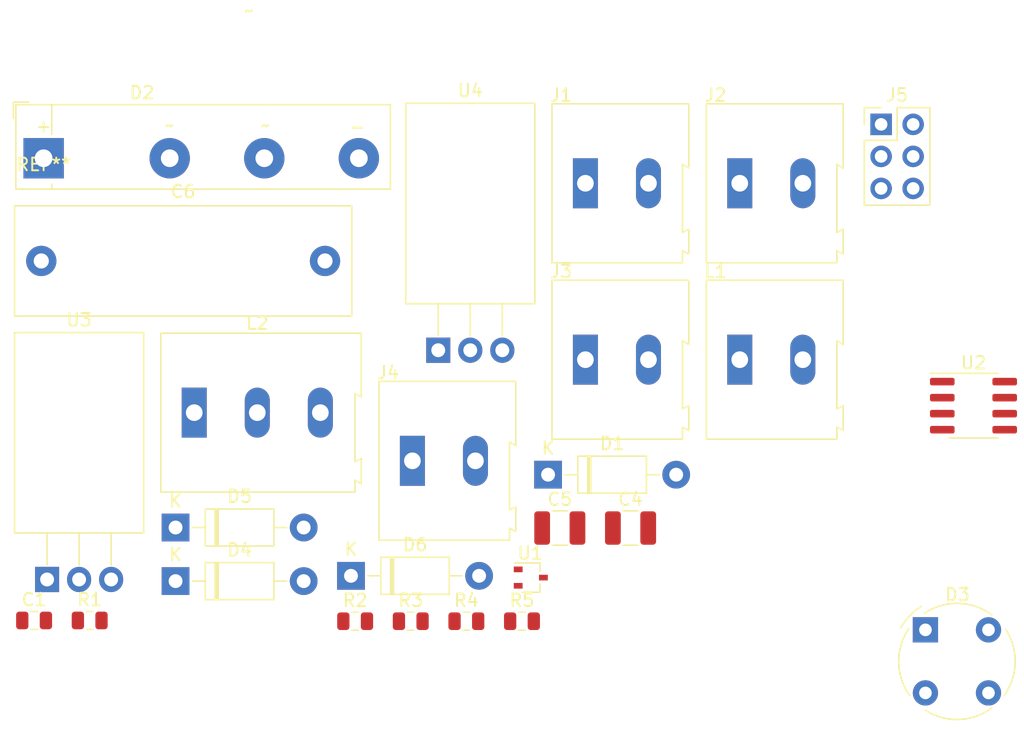
<source format=kicad_pcb>
(kicad_pcb (version 20171130) (host pcbnew 5.1.6-c6e7f7d~87~ubuntu18.04.1)

  (general
    (thickness 1.6)
    (drawings 0)
    (tracks 0)
    (zones 0)
    (modules 26)
    (nets 26)
  )

  (page A4)
  (layers
    (0 F.Cu signal)
    (31 B.Cu signal)
    (32 B.Adhes user)
    (33 F.Adhes user)
    (34 B.Paste user)
    (35 F.Paste user)
    (36 B.SilkS user)
    (37 F.SilkS user)
    (38 B.Mask user)
    (39 F.Mask user)
    (40 Dwgs.User user)
    (41 Cmts.User user)
    (42 Eco1.User user)
    (43 Eco2.User user)
    (44 Edge.Cuts user)
    (45 Margin user)
    (46 B.CrtYd user)
    (47 F.CrtYd user)
    (48 B.Fab user)
    (49 F.Fab user)
  )

  (setup
    (last_trace_width 0.25)
    (trace_clearance 0.2)
    (zone_clearance 0.508)
    (zone_45_only no)
    (trace_min 0.2)
    (via_size 0.8)
    (via_drill 0.4)
    (via_min_size 0.4)
    (via_min_drill 0.3)
    (uvia_size 0.3)
    (uvia_drill 0.1)
    (uvias_allowed no)
    (uvia_min_size 0.2)
    (uvia_min_drill 0.1)
    (edge_width 0.05)
    (segment_width 0.2)
    (pcb_text_width 0.3)
    (pcb_text_size 1.5 1.5)
    (mod_edge_width 0.12)
    (mod_text_size 1 1)
    (mod_text_width 0.15)
    (pad_size 1.524 1.524)
    (pad_drill 0.762)
    (pad_to_mask_clearance 0.05)
    (aux_axis_origin 0 0)
    (visible_elements FFFFFF7F)
    (pcbplotparams
      (layerselection 0x010fc_ffffffff)
      (usegerberextensions false)
      (usegerberattributes true)
      (usegerberadvancedattributes true)
      (creategerberjobfile true)
      (excludeedgelayer true)
      (linewidth 0.100000)
      (plotframeref false)
      (viasonmask false)
      (mode 1)
      (useauxorigin false)
      (hpglpennumber 1)
      (hpglpenspeed 20)
      (hpglpendiameter 15.000000)
      (psnegative false)
      (psa4output false)
      (plotreference true)
      (plotvalue true)
      (plotinvisibletext false)
      (padsonsilk false)
      (subtractmaskfromsilk false)
      (outputformat 1)
      (mirror false)
      (drillshape 1)
      (scaleselection 1)
      (outputdirectory ""))
  )

  (net 0 "")
  (net 1 "Net-(C1-Pad1)")
  (net 2 GND)
  (net 3 /V_DC_Pulsante)
  (net 4 "Net-(C4-Pad2)")
  (net 5 "Net-(C3-Pad2)")
  (net 6 "Net-(C6-Pad2)")
  (net 7 "Net-(D1-Pad1)")
  (net 8 "Net-(D2-Pad2)")
  (net 9 "Net-(D2-Pad3)")
  (net 10 /V2_alt_12V)
  (net 11 /V1_alt_12V)
  (net 12 "Net-(C2-Pad1)")
  (net 13 VCC)
  (net 14 "Net-(C3-Pad1)")
  (net 15 "Net-(D5-Pad1)")
  (net 16 "Net-(D6-Pad1)")
  (net 17 "Net-(J4-Pad2)")
  (net 18 "Net-(J5-Pad3)")
  (net 19 "Net-(L1-Pad2)")
  (net 20 "Net-(R1-Pad2)")
  (net 21 "Net-(R3-Pad1)")
  (net 22 "Net-(R3-Pad2)")
  (net 23 "Net-(R4-Pad2)")
  (net 24 "Net-(R5-Pad2)")
  (net 25 "Net-(U2-Pad8)")

  (net_class Default "This is the default net class."
    (clearance 0.2)
    (trace_width 0.25)
    (via_dia 0.8)
    (via_drill 0.4)
    (uvia_dia 0.3)
    (uvia_drill 0.1)
    (add_net /V1_alt_12V)
    (add_net /V2_alt_12V)
    (add_net /V_DC_Pulsante)
    (add_net GND)
    (add_net "Net-(C1-Pad1)")
    (add_net "Net-(C2-Pad1)")
    (add_net "Net-(C3-Pad1)")
    (add_net "Net-(C3-Pad2)")
    (add_net "Net-(C4-Pad2)")
    (add_net "Net-(C6-Pad2)")
    (add_net "Net-(D1-Pad1)")
    (add_net "Net-(D2-Pad2)")
    (add_net "Net-(D2-Pad3)")
    (add_net "Net-(D5-Pad1)")
    (add_net "Net-(D6-Pad1)")
    (add_net "Net-(J4-Pad2)")
    (add_net "Net-(J5-Pad3)")
    (add_net "Net-(L1-Pad2)")
    (add_net "Net-(R1-Pad2)")
    (add_net "Net-(R3-Pad1)")
    (add_net "Net-(R3-Pad2)")
    (add_net "Net-(R4-Pad2)")
    (add_net "Net-(R5-Pad2)")
    (add_net "Net-(U2-Pad8)")
    (add_net VCC)
  )

  (module Capacitor_SMD:C_0805_2012Metric (layer F.Cu) (tedit 5B36C52B) (tstamp 5F347C72)
    (at 109.655001 97.045001)
    (descr "Capacitor SMD 0805 (2012 Metric), square (rectangular) end terminal, IPC_7351 nominal, (Body size source: https://docs.google.com/spreadsheets/d/1BsfQQcO9C6DZCsRaXUlFlo91Tg2WpOkGARC1WS5S8t0/edit?usp=sharing), generated with kicad-footprint-generator")
    (tags capacitor)
    (path /5F4C3665)
    (attr smd)
    (fp_text reference C1 (at 0 -1.65) (layer F.SilkS)
      (effects (font (size 1 1) (thickness 0.15)))
    )
    (fp_text value 2.2nF (at 0 1.65) (layer F.Fab)
      (effects (font (size 1 1) (thickness 0.15)))
    )
    (fp_line (start 1.68 0.95) (end -1.68 0.95) (layer F.CrtYd) (width 0.05))
    (fp_line (start 1.68 -0.95) (end 1.68 0.95) (layer F.CrtYd) (width 0.05))
    (fp_line (start -1.68 -0.95) (end 1.68 -0.95) (layer F.CrtYd) (width 0.05))
    (fp_line (start -1.68 0.95) (end -1.68 -0.95) (layer F.CrtYd) (width 0.05))
    (fp_line (start -0.258578 0.71) (end 0.258578 0.71) (layer F.SilkS) (width 0.12))
    (fp_line (start -0.258578 -0.71) (end 0.258578 -0.71) (layer F.SilkS) (width 0.12))
    (fp_line (start 1 0.6) (end -1 0.6) (layer F.Fab) (width 0.1))
    (fp_line (start 1 -0.6) (end 1 0.6) (layer F.Fab) (width 0.1))
    (fp_line (start -1 -0.6) (end 1 -0.6) (layer F.Fab) (width 0.1))
    (fp_line (start -1 0.6) (end -1 -0.6) (layer F.Fab) (width 0.1))
    (fp_text user %R (at 0 0) (layer F.Fab)
      (effects (font (size 0.5 0.5) (thickness 0.08)))
    )
    (pad 1 smd roundrect (at -0.9375 0) (size 0.975 1.4) (layers F.Cu F.Paste F.Mask) (roundrect_rratio 0.25)
      (net 1 "Net-(C1-Pad1)"))
    (pad 2 smd roundrect (at 0.9375 0) (size 0.975 1.4) (layers F.Cu F.Paste F.Mask) (roundrect_rratio 0.25)
      (net 2 GND))
    (model ${KISYS3DMOD}/Capacitor_SMD.3dshapes/C_0805_2012Metric.wrl
      (at (xyz 0 0 0))
      (scale (xyz 1 1 1))
      (rotate (xyz 0 0 0))
    )
  )

  (module Capacitor_SMD:C_1210_3225Metric (layer F.Cu) (tedit 5B301BBE) (tstamp 5F347C83)
    (at 156.955001 89.715001)
    (descr "Capacitor SMD 1210 (3225 Metric), square (rectangular) end terminal, IPC_7351 nominal, (Body size source: http://www.tortai-tech.com/upload/download/2011102023233369053.pdf), generated with kicad-footprint-generator")
    (tags capacitor)
    (path /5F4A1A0C)
    (attr smd)
    (fp_text reference C4 (at 0 -2.28) (layer F.SilkS)
      (effects (font (size 1 1) (thickness 0.15)))
    )
    (fp_text value 47nF (at 0 2.28) (layer F.Fab)
      (effects (font (size 1 1) (thickness 0.15)))
    )
    (fp_line (start 2.28 1.58) (end -2.28 1.58) (layer F.CrtYd) (width 0.05))
    (fp_line (start 2.28 -1.58) (end 2.28 1.58) (layer F.CrtYd) (width 0.05))
    (fp_line (start -2.28 -1.58) (end 2.28 -1.58) (layer F.CrtYd) (width 0.05))
    (fp_line (start -2.28 1.58) (end -2.28 -1.58) (layer F.CrtYd) (width 0.05))
    (fp_line (start -0.602064 1.36) (end 0.602064 1.36) (layer F.SilkS) (width 0.12))
    (fp_line (start -0.602064 -1.36) (end 0.602064 -1.36) (layer F.SilkS) (width 0.12))
    (fp_line (start 1.6 1.25) (end -1.6 1.25) (layer F.Fab) (width 0.1))
    (fp_line (start 1.6 -1.25) (end 1.6 1.25) (layer F.Fab) (width 0.1))
    (fp_line (start -1.6 -1.25) (end 1.6 -1.25) (layer F.Fab) (width 0.1))
    (fp_line (start -1.6 1.25) (end -1.6 -1.25) (layer F.Fab) (width 0.1))
    (fp_text user %R (at 0 0) (layer F.Fab)
      (effects (font (size 0.8 0.8) (thickness 0.12)))
    )
    (pad 1 smd roundrect (at -1.4 0) (size 1.25 2.65) (layers F.Cu F.Paste F.Mask) (roundrect_rratio 0.2)
      (net 3 /V_DC_Pulsante))
    (pad 2 smd roundrect (at 1.4 0) (size 1.25 2.65) (layers F.Cu F.Paste F.Mask) (roundrect_rratio 0.2)
      (net 4 "Net-(C4-Pad2)"))
    (model ${KISYS3DMOD}/Capacitor_SMD.3dshapes/C_1210_3225Metric.wrl
      (at (xyz 0 0 0))
      (scale (xyz 1 1 1))
      (rotate (xyz 0 0 0))
    )
  )

  (module Capacitor_SMD:C_1210_3225Metric (layer F.Cu) (tedit 5B301BBE) (tstamp 5F347C94)
    (at 151.345001 89.715001)
    (descr "Capacitor SMD 1210 (3225 Metric), square (rectangular) end terminal, IPC_7351 nominal, (Body size source: http://www.tortai-tech.com/upload/download/2011102023233369053.pdf), generated with kicad-footprint-generator")
    (tags capacitor)
    (path /5F4AACC4)
    (attr smd)
    (fp_text reference C5 (at 0 -2.28) (layer F.SilkS)
      (effects (font (size 1 1) (thickness 0.15)))
    )
    (fp_text value 47pF (at 0 2.28) (layer F.Fab)
      (effects (font (size 1 1) (thickness 0.15)))
    )
    (fp_text user %R (at 0 0) (layer F.Fab)
      (effects (font (size 0.8 0.8) (thickness 0.12)))
    )
    (fp_line (start -1.6 1.25) (end -1.6 -1.25) (layer F.Fab) (width 0.1))
    (fp_line (start -1.6 -1.25) (end 1.6 -1.25) (layer F.Fab) (width 0.1))
    (fp_line (start 1.6 -1.25) (end 1.6 1.25) (layer F.Fab) (width 0.1))
    (fp_line (start 1.6 1.25) (end -1.6 1.25) (layer F.Fab) (width 0.1))
    (fp_line (start -0.602064 -1.36) (end 0.602064 -1.36) (layer F.SilkS) (width 0.12))
    (fp_line (start -0.602064 1.36) (end 0.602064 1.36) (layer F.SilkS) (width 0.12))
    (fp_line (start -2.28 1.58) (end -2.28 -1.58) (layer F.CrtYd) (width 0.05))
    (fp_line (start -2.28 -1.58) (end 2.28 -1.58) (layer F.CrtYd) (width 0.05))
    (fp_line (start 2.28 -1.58) (end 2.28 1.58) (layer F.CrtYd) (width 0.05))
    (fp_line (start 2.28 1.58) (end -2.28 1.58) (layer F.CrtYd) (width 0.05))
    (pad 2 smd roundrect (at 1.4 0) (size 1.25 2.65) (layers F.Cu F.Paste F.Mask) (roundrect_rratio 0.2)
      (net 2 GND))
    (pad 1 smd roundrect (at -1.4 0) (size 1.25 2.65) (layers F.Cu F.Paste F.Mask) (roundrect_rratio 0.2)
      (net 4 "Net-(C4-Pad2)"))
    (model ${KISYS3DMOD}/Capacitor_SMD.3dshapes/C_1210_3225Metric.wrl
      (at (xyz 0 0 0))
      (scale (xyz 1 1 1))
      (rotate (xyz 0 0 0))
    )
  )

  (module Capacitor_THT:C_Rect_L26.5mm_W8.5mm_P22.50mm_MKS4 (layer F.Cu) (tedit 5AE50EF0) (tstamp 5F347CA7)
    (at 110.225001 68.535001)
    (descr "C, Rect series, Radial, pin pitch=22.50mm, , length*width=26.5*8.5mm^2, Capacitor, http://www.wima.com/EN/WIMA_MKS_4.pdf")
    (tags "C Rect series Radial pin pitch 22.50mm  length 26.5mm width 8.5mm Capacitor")
    (path /5F4B73ED)
    (fp_text reference C6 (at 11.25 -5.5) (layer F.SilkS)
      (effects (font (size 1 1) (thickness 0.15)))
    )
    (fp_text value 220nF (at 11.25 5.5) (layer F.Fab)
      (effects (font (size 1 1) (thickness 0.15)))
    )
    (fp_line (start 24.75 -4.5) (end -2.25 -4.5) (layer F.CrtYd) (width 0.05))
    (fp_line (start 24.75 4.5) (end 24.75 -4.5) (layer F.CrtYd) (width 0.05))
    (fp_line (start -2.25 4.5) (end 24.75 4.5) (layer F.CrtYd) (width 0.05))
    (fp_line (start -2.25 -4.5) (end -2.25 4.5) (layer F.CrtYd) (width 0.05))
    (fp_line (start 24.62 -4.37) (end 24.62 4.37) (layer F.SilkS) (width 0.12))
    (fp_line (start -2.12 -4.37) (end -2.12 4.37) (layer F.SilkS) (width 0.12))
    (fp_line (start -2.12 4.37) (end 24.62 4.37) (layer F.SilkS) (width 0.12))
    (fp_line (start -2.12 -4.37) (end 24.62 -4.37) (layer F.SilkS) (width 0.12))
    (fp_line (start 24.5 -4.25) (end -2 -4.25) (layer F.Fab) (width 0.1))
    (fp_line (start 24.5 4.25) (end 24.5 -4.25) (layer F.Fab) (width 0.1))
    (fp_line (start -2 4.25) (end 24.5 4.25) (layer F.Fab) (width 0.1))
    (fp_line (start -2 -4.25) (end -2 4.25) (layer F.Fab) (width 0.1))
    (fp_text user %R (at 11.25 0) (layer F.Fab)
      (effects (font (size 1 1) (thickness 0.15)))
    )
    (pad 1 thru_hole circle (at 0 0) (size 2.4 2.4) (drill 1.2) (layers *.Cu *.Mask)
      (net 5 "Net-(C3-Pad2)"))
    (pad 2 thru_hole circle (at 22.5 0) (size 2.4 2.4) (drill 1.2) (layers *.Cu *.Mask)
      (net 6 "Net-(C6-Pad2)"))
    (model ${KISYS3DMOD}/Capacitor_THT.3dshapes/C_Rect_L26.5mm_W8.5mm_P22.50mm_MKS4.wrl
      (at (xyz 0 0 0))
      (scale (xyz 1 1 1))
      (rotate (xyz 0 0 0))
    )
  )

  (module Diode_THT:D_DO-41_SOD81_P10.16mm_Horizontal (layer F.Cu) (tedit 5AE50CD5) (tstamp 5F347CC6)
    (at 150.415001 85.485001)
    (descr "Diode, DO-41_SOD81 series, Axial, Horizontal, pin pitch=10.16mm, , length*diameter=5.2*2.7mm^2, , http://www.diodes.com/_files/packages/DO-41%20(Plastic).pdf")
    (tags "Diode DO-41_SOD81 series Axial Horizontal pin pitch 10.16mm  length 5.2mm diameter 2.7mm")
    (path /5F3290E6)
    (fp_text reference D1 (at 5.08 -2.47) (layer F.SilkS)
      (effects (font (size 1 1) (thickness 0.15)))
    )
    (fp_text value "1N4738(8,2v)" (at 5.08 2.47) (layer F.Fab)
      (effects (font (size 1 1) (thickness 0.15)))
    )
    (fp_text user K (at 0 -2.1) (layer F.SilkS)
      (effects (font (size 1 1) (thickness 0.15)))
    )
    (fp_text user K (at 0 -2.1) (layer F.Fab)
      (effects (font (size 1 1) (thickness 0.15)))
    )
    (fp_text user %R (at 5.47 0) (layer F.Fab)
      (effects (font (size 1 1) (thickness 0.15)))
    )
    (fp_line (start 2.48 -1.35) (end 2.48 1.35) (layer F.Fab) (width 0.1))
    (fp_line (start 2.48 1.35) (end 7.68 1.35) (layer F.Fab) (width 0.1))
    (fp_line (start 7.68 1.35) (end 7.68 -1.35) (layer F.Fab) (width 0.1))
    (fp_line (start 7.68 -1.35) (end 2.48 -1.35) (layer F.Fab) (width 0.1))
    (fp_line (start 0 0) (end 2.48 0) (layer F.Fab) (width 0.1))
    (fp_line (start 10.16 0) (end 7.68 0) (layer F.Fab) (width 0.1))
    (fp_line (start 3.26 -1.35) (end 3.26 1.35) (layer F.Fab) (width 0.1))
    (fp_line (start 3.36 -1.35) (end 3.36 1.35) (layer F.Fab) (width 0.1))
    (fp_line (start 3.16 -1.35) (end 3.16 1.35) (layer F.Fab) (width 0.1))
    (fp_line (start 2.36 -1.47) (end 2.36 1.47) (layer F.SilkS) (width 0.12))
    (fp_line (start 2.36 1.47) (end 7.8 1.47) (layer F.SilkS) (width 0.12))
    (fp_line (start 7.8 1.47) (end 7.8 -1.47) (layer F.SilkS) (width 0.12))
    (fp_line (start 7.8 -1.47) (end 2.36 -1.47) (layer F.SilkS) (width 0.12))
    (fp_line (start 1.34 0) (end 2.36 0) (layer F.SilkS) (width 0.12))
    (fp_line (start 8.82 0) (end 7.8 0) (layer F.SilkS) (width 0.12))
    (fp_line (start 3.26 -1.47) (end 3.26 1.47) (layer F.SilkS) (width 0.12))
    (fp_line (start 3.38 -1.47) (end 3.38 1.47) (layer F.SilkS) (width 0.12))
    (fp_line (start 3.14 -1.47) (end 3.14 1.47) (layer F.SilkS) (width 0.12))
    (fp_line (start -1.35 -1.6) (end -1.35 1.6) (layer F.CrtYd) (width 0.05))
    (fp_line (start -1.35 1.6) (end 11.51 1.6) (layer F.CrtYd) (width 0.05))
    (fp_line (start 11.51 1.6) (end 11.51 -1.6) (layer F.CrtYd) (width 0.05))
    (fp_line (start 11.51 -1.6) (end -1.35 -1.6) (layer F.CrtYd) (width 0.05))
    (pad 2 thru_hole oval (at 10.16 0) (size 2.2 2.2) (drill 1.1) (layers *.Cu *.Mask)
      (net 2 GND))
    (pad 1 thru_hole rect (at 0 0) (size 2.2 2.2) (drill 1.1) (layers *.Cu *.Mask)
      (net 7 "Net-(D1-Pad1)"))
    (model ${KISYS3DMOD}/Diode_THT.3dshapes/D_DO-41_SOD81_P10.16mm_Horizontal.wrl
      (at (xyz 0 0 0))
      (scale (xyz 1 1 1))
      (rotate (xyz 0 0 0))
    )
  )

  (module Diode_THT:RBV25 (layer F.Cu) (tedit 5F345DE5) (tstamp 5F347CE8)
    (at 110.410001 60.490001)
    (path /5F2B72ED)
    (fp_text reference D2 (at 7.8 -5.3) (layer F.SilkS)
      (effects (font (size 1 1) (thickness 0.15)))
    )
    (fp_text value RBV3500 (at 0 3.8) (layer F.Fab)
      (effects (font (size 1 1) (thickness 0.15)))
    )
    (fp_line (start 27.4 2.25) (end 27.4 -4.25) (layer F.Fab) (width 0.12))
    (fp_line (start -2.1 -3.25) (end -2.1 2.25) (layer F.Fab) (width 0.1))
    (fp_line (start 17.4 2.25) (end 27.4 2.25) (layer F.Fab) (width 0.12))
    (fp_line (start -2.4 -4.55) (end -1.2 -4.55) (layer F.SilkS) (width 0.12))
    (fp_line (start 0.65 -4.25) (end 0.65 2.25) (layer F.Fab) (width 0.12))
    (fp_line (start -2.35 -4.5) (end -2.35 2.5) (layer F.CrtYd) (width 0.05))
    (fp_line (start -2.1 2.25) (end 17.4 2.25) (layer F.Fab) (width 0.1))
    (fp_line (start 17.5 2.35) (end 27.5 2.35) (layer F.SilkS) (width 0.12))
    (fp_line (start 17.5 -4.35) (end -2.2 -4.35) (layer F.SilkS) (width 0.12))
    (fp_line (start 27.5 2.35) (end 27.5 -4.35) (layer F.SilkS) (width 0.12))
    (fp_line (start -2.2 2.35) (end 17.5 2.35) (layer F.SilkS) (width 0.12))
    (fp_line (start 0.65 1.95) (end 0.65 2.35) (layer F.SilkS) (width 0.12))
    (fp_line (start 17.5 -4.35) (end 27.5 -4.35) (layer F.SilkS) (width 0.12))
    (fp_line (start -2.2 -4.35) (end -2.2 2.35) (layer F.SilkS) (width 0.12))
    (fp_line (start 17.425 -4.25) (end 27.4 -4.25) (layer F.Fab) (width 0.12))
    (fp_line (start 0.65 -2) (end 0.65 -4.35) (layer F.SilkS) (width 0.12))
    (fp_line (start -1.2 -4.25) (end -2.1 -3.25) (layer F.Fab) (width 0.1))
    (fp_line (start -2.4 -3.25) (end -2.4 -4.55) (layer F.SilkS) (width 0.12))
    (fp_line (start 17.4 -4.25) (end -1.2 -4.25) (layer F.Fab) (width 0.1))
    (fp_text user %R (at 7.75 -2.85) (layer F.Fab)
      (effects (font (size 1 1) (thickness 0.15)))
    )
    (fp_text user REF** (at 0 0.4) (layer F.SilkS)
      (effects (font (size 1 1) (thickness 0.15)))
    )
    (fp_text user + (at 0 -2.64) (layer F.SilkS)
      (effects (font (size 1 1) (thickness 0.15)))
    )
    (fp_text user ~ (at 16.3 -11.8) (layer F.SilkS)
      (effects (font (size 1 1) (thickness 0.15)))
    )
    (fp_text user - (at 24.9 -2.6) (layer F.SilkS)
      (effects (font (size 1 1) (thickness 0.15)))
    )
    (fp_text user ~~ (at 17.6 -2.7) (layer F.SilkS)
      (effects (font (size 1 1) (thickness 0.15)))
    )
    (fp_text user ~~ (at 10 -2.7) (layer F.SilkS)
      (effects (font (size 1 1) (thickness 0.15)))
    )
    (pad 2 thru_hole circle (at 10 -0.1) (size 3.2 3.2) (drill 1.4) (layers *.Cu *.Mask)
      (net 8 "Net-(D2-Pad2)"))
    (pad 1 thru_hole rect (at 0 -0.1) (size 3.2 3.2) (drill 1.4) (layers *.Cu *.Mask)
      (net 3 /V_DC_Pulsante))
    (pad 3 thru_hole circle (at 17.5 -0.1) (size 3.2 3.2) (drill 1.4) (layers *.Cu *.Mask)
      (net 9 "Net-(D2-Pad3)"))
    (pad 4 thru_hole circle (at 25 -0.1) (size 3.2 3.2) (drill 1.4) (layers *.Cu *.Mask)
      (net 2 GND))
  )

  (module Diode_THT:Diode_Bridge_Round_D9.0mm (layer F.Cu) (tedit 5A4E75FD) (tstamp 5F347CF8)
    (at 180.34 97.79)
    (descr "4-lead round diode bridge package, diameter 9.0mm, pin pitch 5.0mm, see https://diotec.com/tl_files/diotec/files/pdf/datasheets/b40r.pdf")
    (tags "diode bridge 9.0mm 8.85mm WOB pitch 5.0mm")
    (path /5F48EB7C)
    (fp_text reference D3 (at 2.54 -2.794) (layer F.SilkS)
      (effects (font (size 1 1) (thickness 0.15)))
    )
    (fp_text value RBV3500 (at 2.794 8.128) (layer F.Fab)
      (effects (font (size 1 1) (thickness 0.15)))
    )
    (fp_circle (center 2.5 2.5) (end -1.3 -1.2) (layer F.CrtYd) (width 0.05))
    (fp_arc (start 2.5 2.5) (end -0.35 -1.85) (angle -25.7) (layer F.SilkS) (width 0.12))
    (fp_arc (start 2.5 2.5) (end -1.25 5.2) (angle 69.7860092) (layer F.SilkS) (width 0.12))
    (fp_text user %R (at 2.5 2.5) (layer F.Fab)
      (effects (font (size 1 1) (thickness 0.15)))
    )
    (fp_arc (start 2.5 2.5) (end 5.25 6.2) (angle 69.33515029) (layer F.SilkS) (width 0.12))
    (fp_arc (start 2.5 2.5) (end 6.35 -0.05) (angle 69.27189832) (layer F.SilkS) (width 0.12))
    (fp_arc (start 2.5 2.5) (end -0.1 -1.3) (angle 71.12781967) (layer F.SilkS) (width 0.12))
    (fp_arc (start 2.5 2.5) (end -2 2.5) (angle 360) (layer F.Fab) (width 0.12))
    (pad 4 thru_hole oval (at 5 0) (size 2 2) (drill 1) (layers *.Cu *.Mask)
      (net 2 GND))
    (pad 2 thru_hole oval (at 0 5) (size 2 2) (drill 1) (layers *.Cu *.Mask)
      (net 10 /V2_alt_12V))
    (pad 3 thru_hole oval (at 5 5) (size 2 2) (drill 1) (layers *.Cu *.Mask)
      (net 11 /V1_alt_12V))
    (pad 1 thru_hole rect (at 0 0) (size 2 2) (drill 1) (layers *.Cu *.Mask)
      (net 12 "Net-(C2-Pad1)"))
    (model ${KISYS3DMOD}/Diode_THT.3dshapes/Diode_Bridge_Round_D9.0mm.wrl
      (at (xyz 0 0 0))
      (scale (xyz 1 1 1))
      (rotate (xyz 0 0 0))
    )
  )

  (module Diode_THT:D_DO-41_SOD81_P10.16mm_Horizontal (layer F.Cu) (tedit 5AE50CD5) (tstamp 5F347D17)
    (at 120.875001 93.925001)
    (descr "Diode, DO-41_SOD81 series, Axial, Horizontal, pin pitch=10.16mm, , length*diameter=5.2*2.7mm^2, , http://www.diodes.com/_files/packages/DO-41%20(Plastic).pdf")
    (tags "Diode DO-41_SOD81 series Axial Horizontal pin pitch 10.16mm  length 5.2mm diameter 2.7mm")
    (path /5F3006C3)
    (fp_text reference D4 (at 5.08 -2.47) (layer F.SilkS)
      (effects (font (size 1 1) (thickness 0.15)))
    )
    (fp_text value BA159 (at 5.08 2.47) (layer F.Fab)
      (effects (font (size 1 1) (thickness 0.15)))
    )
    (fp_text user K (at 0 -2.1) (layer F.SilkS)
      (effects (font (size 1 1) (thickness 0.15)))
    )
    (fp_text user K (at 0 -2.1) (layer F.Fab)
      (effects (font (size 1 1) (thickness 0.15)))
    )
    (fp_text user %R (at 5.47 0) (layer F.Fab)
      (effects (font (size 1 1) (thickness 0.15)))
    )
    (fp_line (start 2.48 -1.35) (end 2.48 1.35) (layer F.Fab) (width 0.1))
    (fp_line (start 2.48 1.35) (end 7.68 1.35) (layer F.Fab) (width 0.1))
    (fp_line (start 7.68 1.35) (end 7.68 -1.35) (layer F.Fab) (width 0.1))
    (fp_line (start 7.68 -1.35) (end 2.48 -1.35) (layer F.Fab) (width 0.1))
    (fp_line (start 0 0) (end 2.48 0) (layer F.Fab) (width 0.1))
    (fp_line (start 10.16 0) (end 7.68 0) (layer F.Fab) (width 0.1))
    (fp_line (start 3.26 -1.35) (end 3.26 1.35) (layer F.Fab) (width 0.1))
    (fp_line (start 3.36 -1.35) (end 3.36 1.35) (layer F.Fab) (width 0.1))
    (fp_line (start 3.16 -1.35) (end 3.16 1.35) (layer F.Fab) (width 0.1))
    (fp_line (start 2.36 -1.47) (end 2.36 1.47) (layer F.SilkS) (width 0.12))
    (fp_line (start 2.36 1.47) (end 7.8 1.47) (layer F.SilkS) (width 0.12))
    (fp_line (start 7.8 1.47) (end 7.8 -1.47) (layer F.SilkS) (width 0.12))
    (fp_line (start 7.8 -1.47) (end 2.36 -1.47) (layer F.SilkS) (width 0.12))
    (fp_line (start 1.34 0) (end 2.36 0) (layer F.SilkS) (width 0.12))
    (fp_line (start 8.82 0) (end 7.8 0) (layer F.SilkS) (width 0.12))
    (fp_line (start 3.26 -1.47) (end 3.26 1.47) (layer F.SilkS) (width 0.12))
    (fp_line (start 3.38 -1.47) (end 3.38 1.47) (layer F.SilkS) (width 0.12))
    (fp_line (start 3.14 -1.47) (end 3.14 1.47) (layer F.SilkS) (width 0.12))
    (fp_line (start -1.35 -1.6) (end -1.35 1.6) (layer F.CrtYd) (width 0.05))
    (fp_line (start -1.35 1.6) (end 11.51 1.6) (layer F.CrtYd) (width 0.05))
    (fp_line (start 11.51 1.6) (end 11.51 -1.6) (layer F.CrtYd) (width 0.05))
    (fp_line (start 11.51 -1.6) (end -1.35 -1.6) (layer F.CrtYd) (width 0.05))
    (pad 2 thru_hole oval (at 10.16 0) (size 2.2 2.2) (drill 1.1) (layers *.Cu *.Mask)
      (net 13 VCC))
    (pad 1 thru_hole rect (at 0 0) (size 2.2 2.2) (drill 1.1) (layers *.Cu *.Mask)
      (net 14 "Net-(C3-Pad1)"))
    (model ${KISYS3DMOD}/Diode_THT.3dshapes/D_DO-41_SOD81_P10.16mm_Horizontal.wrl
      (at (xyz 0 0 0))
      (scale (xyz 1 1 1))
      (rotate (xyz 0 0 0))
    )
  )

  (module Diode_THT:D_DO-41_SOD81_P10.16mm_Horizontal (layer F.Cu) (tedit 5AE50CD5) (tstamp 5F347D36)
    (at 120.875001 89.675001)
    (descr "Diode, DO-41_SOD81 series, Axial, Horizontal, pin pitch=10.16mm, , length*diameter=5.2*2.7mm^2, , http://www.diodes.com/_files/packages/DO-41%20(Plastic).pdf")
    (tags "Diode DO-41_SOD81 series Axial Horizontal pin pitch 10.16mm  length 5.2mm diameter 2.7mm")
    (path /5F2C0F84)
    (fp_text reference D5 (at 5.08 -2.47) (layer F.SilkS)
      (effects (font (size 1 1) (thickness 0.15)))
    )
    (fp_text value 1N4742A (at 5.08 2.47) (layer F.Fab)
      (effects (font (size 1 1) (thickness 0.15)))
    )
    (fp_line (start 11.51 -1.6) (end -1.35 -1.6) (layer F.CrtYd) (width 0.05))
    (fp_line (start 11.51 1.6) (end 11.51 -1.6) (layer F.CrtYd) (width 0.05))
    (fp_line (start -1.35 1.6) (end 11.51 1.6) (layer F.CrtYd) (width 0.05))
    (fp_line (start -1.35 -1.6) (end -1.35 1.6) (layer F.CrtYd) (width 0.05))
    (fp_line (start 3.14 -1.47) (end 3.14 1.47) (layer F.SilkS) (width 0.12))
    (fp_line (start 3.38 -1.47) (end 3.38 1.47) (layer F.SilkS) (width 0.12))
    (fp_line (start 3.26 -1.47) (end 3.26 1.47) (layer F.SilkS) (width 0.12))
    (fp_line (start 8.82 0) (end 7.8 0) (layer F.SilkS) (width 0.12))
    (fp_line (start 1.34 0) (end 2.36 0) (layer F.SilkS) (width 0.12))
    (fp_line (start 7.8 -1.47) (end 2.36 -1.47) (layer F.SilkS) (width 0.12))
    (fp_line (start 7.8 1.47) (end 7.8 -1.47) (layer F.SilkS) (width 0.12))
    (fp_line (start 2.36 1.47) (end 7.8 1.47) (layer F.SilkS) (width 0.12))
    (fp_line (start 2.36 -1.47) (end 2.36 1.47) (layer F.SilkS) (width 0.12))
    (fp_line (start 3.16 -1.35) (end 3.16 1.35) (layer F.Fab) (width 0.1))
    (fp_line (start 3.36 -1.35) (end 3.36 1.35) (layer F.Fab) (width 0.1))
    (fp_line (start 3.26 -1.35) (end 3.26 1.35) (layer F.Fab) (width 0.1))
    (fp_line (start 10.16 0) (end 7.68 0) (layer F.Fab) (width 0.1))
    (fp_line (start 0 0) (end 2.48 0) (layer F.Fab) (width 0.1))
    (fp_line (start 7.68 -1.35) (end 2.48 -1.35) (layer F.Fab) (width 0.1))
    (fp_line (start 7.68 1.35) (end 7.68 -1.35) (layer F.Fab) (width 0.1))
    (fp_line (start 2.48 1.35) (end 7.68 1.35) (layer F.Fab) (width 0.1))
    (fp_line (start 2.48 -1.35) (end 2.48 1.35) (layer F.Fab) (width 0.1))
    (fp_text user %R (at 5.47 0) (layer F.Fab)
      (effects (font (size 1 1) (thickness 0.15)))
    )
    (fp_text user K (at 0 -2.1) (layer F.Fab)
      (effects (font (size 1 1) (thickness 0.15)))
    )
    (fp_text user K (at 0 -2.1) (layer F.SilkS)
      (effects (font (size 1 1) (thickness 0.15)))
    )
    (pad 1 thru_hole rect (at 0 0) (size 2.2 2.2) (drill 1.1) (layers *.Cu *.Mask)
      (net 15 "Net-(D5-Pad1)"))
    (pad 2 thru_hole oval (at 10.16 0) (size 2.2 2.2) (drill 1.1) (layers *.Cu *.Mask)
      (net 5 "Net-(C3-Pad2)"))
    (model ${KISYS3DMOD}/Diode_THT.3dshapes/D_DO-41_SOD81_P10.16mm_Horizontal.wrl
      (at (xyz 0 0 0))
      (scale (xyz 1 1 1))
      (rotate (xyz 0 0 0))
    )
  )

  (module Diode_THT:D_DO-41_SOD81_P10.16mm_Horizontal (layer F.Cu) (tedit 5AE50CD5) (tstamp 5F347D55)
    (at 134.785001 93.505001)
    (descr "Diode, DO-41_SOD81 series, Axial, Horizontal, pin pitch=10.16mm, , length*diameter=5.2*2.7mm^2, , http://www.diodes.com/_files/packages/DO-41%20(Plastic).pdf")
    (tags "Diode DO-41_SOD81 series Axial Horizontal pin pitch 10.16mm  length 5.2mm diameter 2.7mm")
    (path /5F2C398F)
    (fp_text reference D6 (at 5.08 -2.47) (layer F.SilkS)
      (effects (font (size 1 1) (thickness 0.15)))
    )
    (fp_text value 1N4742A (at 5.08 2.47) (layer F.Fab)
      (effects (font (size 1 1) (thickness 0.15)))
    )
    (fp_line (start 11.51 -1.6) (end -1.35 -1.6) (layer F.CrtYd) (width 0.05))
    (fp_line (start 11.51 1.6) (end 11.51 -1.6) (layer F.CrtYd) (width 0.05))
    (fp_line (start -1.35 1.6) (end 11.51 1.6) (layer F.CrtYd) (width 0.05))
    (fp_line (start -1.35 -1.6) (end -1.35 1.6) (layer F.CrtYd) (width 0.05))
    (fp_line (start 3.14 -1.47) (end 3.14 1.47) (layer F.SilkS) (width 0.12))
    (fp_line (start 3.38 -1.47) (end 3.38 1.47) (layer F.SilkS) (width 0.12))
    (fp_line (start 3.26 -1.47) (end 3.26 1.47) (layer F.SilkS) (width 0.12))
    (fp_line (start 8.82 0) (end 7.8 0) (layer F.SilkS) (width 0.12))
    (fp_line (start 1.34 0) (end 2.36 0) (layer F.SilkS) (width 0.12))
    (fp_line (start 7.8 -1.47) (end 2.36 -1.47) (layer F.SilkS) (width 0.12))
    (fp_line (start 7.8 1.47) (end 7.8 -1.47) (layer F.SilkS) (width 0.12))
    (fp_line (start 2.36 1.47) (end 7.8 1.47) (layer F.SilkS) (width 0.12))
    (fp_line (start 2.36 -1.47) (end 2.36 1.47) (layer F.SilkS) (width 0.12))
    (fp_line (start 3.16 -1.35) (end 3.16 1.35) (layer F.Fab) (width 0.1))
    (fp_line (start 3.36 -1.35) (end 3.36 1.35) (layer F.Fab) (width 0.1))
    (fp_line (start 3.26 -1.35) (end 3.26 1.35) (layer F.Fab) (width 0.1))
    (fp_line (start 10.16 0) (end 7.68 0) (layer F.Fab) (width 0.1))
    (fp_line (start 0 0) (end 2.48 0) (layer F.Fab) (width 0.1))
    (fp_line (start 7.68 -1.35) (end 2.48 -1.35) (layer F.Fab) (width 0.1))
    (fp_line (start 7.68 1.35) (end 7.68 -1.35) (layer F.Fab) (width 0.1))
    (fp_line (start 2.48 1.35) (end 7.68 1.35) (layer F.Fab) (width 0.1))
    (fp_line (start 2.48 -1.35) (end 2.48 1.35) (layer F.Fab) (width 0.1))
    (fp_text user %R (at 5.47 0) (layer F.Fab)
      (effects (font (size 1 1) (thickness 0.15)))
    )
    (fp_text user K (at 0 -2.1) (layer F.Fab)
      (effects (font (size 1 1) (thickness 0.15)))
    )
    (fp_text user K (at 0 -2.1) (layer F.SilkS)
      (effects (font (size 1 1) (thickness 0.15)))
    )
    (pad 1 thru_hole rect (at 0 0) (size 2.2 2.2) (drill 1.1) (layers *.Cu *.Mask)
      (net 16 "Net-(D6-Pad1)"))
    (pad 2 thru_hole oval (at 10.16 0) (size 2.2 2.2) (drill 1.1) (layers *.Cu *.Mask)
      (net 2 GND))
    (model ${KISYS3DMOD}/Diode_THT.3dshapes/D_DO-41_SOD81_P10.16mm_Horizontal.wrl
      (at (xyz 0 0 0))
      (scale (xyz 1 1 1))
      (rotate (xyz 0 0 0))
    )
  )

  (module TerminalBlock:TerminalBlock_Altech_AK300-2_P5.00mm (layer F.Cu) (tedit 59FF0306) (tstamp 5F347DBC)
    (at 153.375001 62.375001)
    (descr "Altech AK300 terminal block, pitch 5.0mm, 45 degree angled, see http://www.mouser.com/ds/2/16/PCBMETRC-24178.pdf")
    (tags "Altech AK300 terminal block pitch 5.0mm")
    (path /5F2D97DD)
    (fp_text reference J1 (at -1.92 -6.99) (layer F.SilkS)
      (effects (font (size 1 1) (thickness 0.15)))
    )
    (fp_text value Entrada_Alterna (at 2.78 7.75) (layer F.Fab)
      (effects (font (size 1 1) (thickness 0.15)))
    )
    (fp_line (start 8.36 6.47) (end -2.83 6.47) (layer F.CrtYd) (width 0.05))
    (fp_line (start 8.36 6.47) (end 8.36 -6.47) (layer F.CrtYd) (width 0.05))
    (fp_line (start -2.83 -6.47) (end -2.83 6.47) (layer F.CrtYd) (width 0.05))
    (fp_line (start -2.83 -6.47) (end 8.36 -6.47) (layer F.CrtYd) (width 0.05))
    (fp_line (start 3.36 -0.25) (end 6.67 -0.25) (layer F.Fab) (width 0.1))
    (fp_line (start 2.98 -0.25) (end 3.36 -0.25) (layer F.Fab) (width 0.1))
    (fp_line (start 7.05 -0.25) (end 6.67 -0.25) (layer F.Fab) (width 0.1))
    (fp_line (start 6.67 -0.64) (end 3.36 -0.64) (layer F.Fab) (width 0.1))
    (fp_line (start 7.61 -0.64) (end 6.67 -0.64) (layer F.Fab) (width 0.1))
    (fp_line (start 1.66 -0.64) (end 3.36 -0.64) (layer F.Fab) (width 0.1))
    (fp_line (start -1.64 -0.64) (end 1.66 -0.64) (layer F.Fab) (width 0.1))
    (fp_line (start -2.58 -0.64) (end -1.64 -0.64) (layer F.Fab) (width 0.1))
    (fp_line (start 1.66 -0.25) (end -1.64 -0.25) (layer F.Fab) (width 0.1))
    (fp_line (start 2.04 -0.25) (end 1.66 -0.25) (layer F.Fab) (width 0.1))
    (fp_line (start -2.02 -0.25) (end -1.64 -0.25) (layer F.Fab) (width 0.1))
    (fp_line (start -1.49 -4.32) (end 1.56 -4.95) (layer F.Fab) (width 0.1))
    (fp_line (start -1.62 -4.45) (end 1.44 -5.08) (layer F.Fab) (width 0.1))
    (fp_line (start 3.52 -4.32) (end 6.56 -4.95) (layer F.Fab) (width 0.1))
    (fp_line (start 3.39 -4.45) (end 6.44 -5.08) (layer F.Fab) (width 0.1))
    (fp_line (start 2.04 -5.97) (end -2.02 -5.97) (layer F.Fab) (width 0.1))
    (fp_line (start -2.02 -3.43) (end -2.02 -5.97) (layer F.Fab) (width 0.1))
    (fp_line (start 2.04 -3.43) (end -2.02 -3.43) (layer F.Fab) (width 0.1))
    (fp_line (start 2.04 -3.43) (end 2.04 -5.97) (layer F.Fab) (width 0.1))
    (fp_line (start 7.05 -3.43) (end 2.98 -3.43) (layer F.Fab) (width 0.1))
    (fp_line (start 7.05 -5.97) (end 7.05 -3.43) (layer F.Fab) (width 0.1))
    (fp_line (start 2.98 -5.97) (end 7.05 -5.97) (layer F.Fab) (width 0.1))
    (fp_line (start 2.98 -3.43) (end 2.98 -5.97) (layer F.Fab) (width 0.1))
    (fp_line (start 7.61 -3.17) (end 7.61 -1.65) (layer F.Fab) (width 0.1))
    (fp_line (start -2.58 -3.17) (end -2.58 -6.22) (layer F.Fab) (width 0.1))
    (fp_line (start -2.58 -3.17) (end 7.61 -3.17) (layer F.Fab) (width 0.1))
    (fp_line (start 7.61 -0.64) (end 7.61 4.06) (layer F.Fab) (width 0.1))
    (fp_line (start 7.61 -1.65) (end 7.61 -0.64) (layer F.Fab) (width 0.1))
    (fp_line (start -2.58 -0.64) (end -2.58 -3.17) (layer F.Fab) (width 0.1))
    (fp_line (start -2.58 6.22) (end -2.58 -0.64) (layer F.Fab) (width 0.1))
    (fp_line (start 6.67 0.51) (end 6.28 0.51) (layer F.Fab) (width 0.1))
    (fp_line (start 3.36 0.51) (end 3.74 0.51) (layer F.Fab) (width 0.1))
    (fp_line (start 1.66 0.51) (end 1.28 0.51) (layer F.Fab) (width 0.1))
    (fp_line (start -1.64 0.51) (end -1.26 0.51) (layer F.Fab) (width 0.1))
    (fp_line (start -1.64 3.68) (end -1.64 0.51) (layer F.Fab) (width 0.1))
    (fp_line (start 1.66 3.68) (end -1.64 3.68) (layer F.Fab) (width 0.1))
    (fp_line (start 1.66 3.68) (end 1.66 0.51) (layer F.Fab) (width 0.1))
    (fp_line (start 3.36 3.68) (end 3.36 0.51) (layer F.Fab) (width 0.1))
    (fp_line (start 6.67 3.68) (end 3.36 3.68) (layer F.Fab) (width 0.1))
    (fp_line (start 6.67 3.68) (end 6.67 0.51) (layer F.Fab) (width 0.1))
    (fp_line (start -2.02 4.32) (end -2.02 6.22) (layer F.Fab) (width 0.1))
    (fp_line (start 2.04 4.32) (end 2.04 -0.25) (layer F.Fab) (width 0.1))
    (fp_line (start 2.04 4.32) (end -2.02 4.32) (layer F.Fab) (width 0.1))
    (fp_line (start 7.05 4.32) (end 7.05 6.22) (layer F.Fab) (width 0.1))
    (fp_line (start 2.98 4.32) (end 2.98 -0.25) (layer F.Fab) (width 0.1))
    (fp_line (start 2.98 4.32) (end 7.05 4.32) (layer F.Fab) (width 0.1))
    (fp_line (start -2.02 6.22) (end 2.04 6.22) (layer F.Fab) (width 0.1))
    (fp_line (start -2.58 6.22) (end -2.02 6.22) (layer F.Fab) (width 0.1))
    (fp_line (start -2.02 -0.25) (end -2.02 4.32) (layer F.Fab) (width 0.1))
    (fp_line (start 2.04 6.22) (end 2.98 6.22) (layer F.Fab) (width 0.1))
    (fp_line (start 2.04 6.22) (end 2.04 4.32) (layer F.Fab) (width 0.1))
    (fp_line (start 7.05 6.22) (end 7.61 6.22) (layer F.Fab) (width 0.1))
    (fp_line (start 2.98 6.22) (end 7.05 6.22) (layer F.Fab) (width 0.1))
    (fp_line (start 7.05 -0.25) (end 7.05 4.32) (layer F.Fab) (width 0.1))
    (fp_line (start 2.98 6.22) (end 2.98 4.32) (layer F.Fab) (width 0.1))
    (fp_line (start 8.11 3.81) (end 8.11 5.46) (layer F.Fab) (width 0.1))
    (fp_line (start 7.61 4.06) (end 7.61 5.21) (layer F.Fab) (width 0.1))
    (fp_line (start 8.11 3.81) (end 7.61 4.06) (layer F.Fab) (width 0.1))
    (fp_line (start 7.61 5.21) (end 7.61 6.22) (layer F.Fab) (width 0.1))
    (fp_line (start 8.11 5.46) (end 7.61 5.21) (layer F.Fab) (width 0.1))
    (fp_line (start 8.11 -1.4) (end 7.61 -1.65) (layer F.Fab) (width 0.1))
    (fp_line (start 8.11 -6.22) (end 8.11 -1.4) (layer F.Fab) (width 0.1))
    (fp_line (start 7.61 -6.22) (end 8.11 -6.22) (layer F.Fab) (width 0.1))
    (fp_line (start 7.61 -6.22) (end -2.58 -6.22) (layer F.Fab) (width 0.1))
    (fp_line (start 7.61 -6.22) (end 7.61 -3.17) (layer F.Fab) (width 0.1))
    (fp_line (start 3.74 2.54) (end 3.74 -0.25) (layer F.Fab) (width 0.1))
    (fp_line (start 3.74 -0.25) (end 6.28 -0.25) (layer F.Fab) (width 0.1))
    (fp_line (start 6.28 2.54) (end 6.28 -0.25) (layer F.Fab) (width 0.1))
    (fp_line (start 3.74 2.54) (end 6.28 2.54) (layer F.Fab) (width 0.1))
    (fp_line (start -1.26 2.54) (end -1.26 -0.25) (layer F.Fab) (width 0.1))
    (fp_line (start -1.26 -0.25) (end 1.28 -0.25) (layer F.Fab) (width 0.1))
    (fp_line (start 1.28 2.54) (end 1.28 -0.25) (layer F.Fab) (width 0.1))
    (fp_line (start -1.26 2.54) (end 1.28 2.54) (layer F.Fab) (width 0.1))
    (fp_line (start 8.2 -6.3) (end -2.65 -6.3) (layer F.SilkS) (width 0.12))
    (fp_line (start 8.2 -1.2) (end 8.2 -6.3) (layer F.SilkS) (width 0.12))
    (fp_line (start 7.7 -1.5) (end 8.2 -1.2) (layer F.SilkS) (width 0.12))
    (fp_line (start 7.7 3.9) (end 7.7 -1.5) (layer F.SilkS) (width 0.12))
    (fp_line (start 8.2 3.65) (end 7.7 3.9) (layer F.SilkS) (width 0.12))
    (fp_line (start 8.2 3.7) (end 8.2 3.65) (layer F.SilkS) (width 0.12))
    (fp_line (start 8.2 5.6) (end 8.2 3.7) (layer F.SilkS) (width 0.12))
    (fp_line (start 7.7 5.35) (end 8.2 5.6) (layer F.SilkS) (width 0.12))
    (fp_line (start 7.7 6.3) (end 7.7 5.35) (layer F.SilkS) (width 0.12))
    (fp_line (start -2.65 6.3) (end 7.7 6.3) (layer F.SilkS) (width 0.12))
    (fp_line (start -2.65 -6.3) (end -2.65 6.3) (layer F.SilkS) (width 0.12))
    (fp_text user %R (at 2.5 -2) (layer F.Fab)
      (effects (font (size 1 1) (thickness 0.15)))
    )
    (fp_arc (start 6.03 -4.59) (end 6.54 -5.05) (angle 90.5) (layer F.Fab) (width 0.1))
    (fp_arc (start 5.07 -6.07) (end 6.53 -4.12) (angle 75.5) (layer F.Fab) (width 0.1))
    (fp_arc (start 4.99 -3.71) (end 3.39 -5) (angle 100) (layer F.Fab) (width 0.1))
    (fp_arc (start 3.87 -4.65) (end 3.58 -4.13) (angle 104.2) (layer F.Fab) (width 0.1))
    (fp_arc (start 1.03 -4.59) (end 1.53 -5.05) (angle 90.5) (layer F.Fab) (width 0.1))
    (fp_arc (start 0.06 -6.07) (end 1.53 -4.12) (angle 75.5) (layer F.Fab) (width 0.1))
    (fp_arc (start -0.01 -3.71) (end -1.62 -5) (angle 100) (layer F.Fab) (width 0.1))
    (fp_arc (start -1.13 -4.65) (end -1.42 -4.13) (angle 104.2) (layer F.Fab) (width 0.1))
    (pad 1 thru_hole rect (at 0 0) (size 1.98 3.96) (drill 1.32) (layers *.Cu *.Mask)
      (net 8 "Net-(D2-Pad2)"))
    (pad 2 thru_hole oval (at 5 0) (size 1.98 3.96) (drill 1.32) (layers *.Cu *.Mask)
      (net 9 "Net-(D2-Pad3)"))
    (model ${KISYS3DMOD}/TerminalBlock.3dshapes/TerminalBlock_Altech_AK300-2_P5.00mm.wrl
      (at (xyz 0 0 0))
      (scale (xyz 1 1 1))
      (rotate (xyz 0 0 0))
    )
  )

  (module TerminalBlock:TerminalBlock_Altech_AK300-2_P5.00mm (layer F.Cu) (tedit 59FF0306) (tstamp 5F347E23)
    (at 165.615001 62.375001)
    (descr "Altech AK300 terminal block, pitch 5.0mm, 45 degree angled, see http://www.mouser.com/ds/2/16/PCBMETRC-24178.pdf")
    (tags "Altech AK300 terminal block pitch 5.0mm")
    (path /5F5182C8)
    (fp_text reference J2 (at -1.92 -6.99) (layer F.SilkS)
      (effects (font (size 1 1) (thickness 0.15)))
    )
    (fp_text value "Entrada 220V Trafo" (at 2.78 7.75) (layer F.Fab)
      (effects (font (size 1 1) (thickness 0.15)))
    )
    (fp_arc (start -1.13 -4.65) (end -1.42 -4.13) (angle 104.2) (layer F.Fab) (width 0.1))
    (fp_arc (start -0.01 -3.71) (end -1.62 -5) (angle 100) (layer F.Fab) (width 0.1))
    (fp_arc (start 0.06 -6.07) (end 1.53 -4.12) (angle 75.5) (layer F.Fab) (width 0.1))
    (fp_arc (start 1.03 -4.59) (end 1.53 -5.05) (angle 90.5) (layer F.Fab) (width 0.1))
    (fp_arc (start 3.87 -4.65) (end 3.58 -4.13) (angle 104.2) (layer F.Fab) (width 0.1))
    (fp_arc (start 4.99 -3.71) (end 3.39 -5) (angle 100) (layer F.Fab) (width 0.1))
    (fp_arc (start 5.07 -6.07) (end 6.53 -4.12) (angle 75.5) (layer F.Fab) (width 0.1))
    (fp_arc (start 6.03 -4.59) (end 6.54 -5.05) (angle 90.5) (layer F.Fab) (width 0.1))
    (fp_text user %R (at 2.5 -2) (layer F.Fab)
      (effects (font (size 1 1) (thickness 0.15)))
    )
    (fp_line (start -2.65 -6.3) (end -2.65 6.3) (layer F.SilkS) (width 0.12))
    (fp_line (start -2.65 6.3) (end 7.7 6.3) (layer F.SilkS) (width 0.12))
    (fp_line (start 7.7 6.3) (end 7.7 5.35) (layer F.SilkS) (width 0.12))
    (fp_line (start 7.7 5.35) (end 8.2 5.6) (layer F.SilkS) (width 0.12))
    (fp_line (start 8.2 5.6) (end 8.2 3.7) (layer F.SilkS) (width 0.12))
    (fp_line (start 8.2 3.7) (end 8.2 3.65) (layer F.SilkS) (width 0.12))
    (fp_line (start 8.2 3.65) (end 7.7 3.9) (layer F.SilkS) (width 0.12))
    (fp_line (start 7.7 3.9) (end 7.7 -1.5) (layer F.SilkS) (width 0.12))
    (fp_line (start 7.7 -1.5) (end 8.2 -1.2) (layer F.SilkS) (width 0.12))
    (fp_line (start 8.2 -1.2) (end 8.2 -6.3) (layer F.SilkS) (width 0.12))
    (fp_line (start 8.2 -6.3) (end -2.65 -6.3) (layer F.SilkS) (width 0.12))
    (fp_line (start -1.26 2.54) (end 1.28 2.54) (layer F.Fab) (width 0.1))
    (fp_line (start 1.28 2.54) (end 1.28 -0.25) (layer F.Fab) (width 0.1))
    (fp_line (start -1.26 -0.25) (end 1.28 -0.25) (layer F.Fab) (width 0.1))
    (fp_line (start -1.26 2.54) (end -1.26 -0.25) (layer F.Fab) (width 0.1))
    (fp_line (start 3.74 2.54) (end 6.28 2.54) (layer F.Fab) (width 0.1))
    (fp_line (start 6.28 2.54) (end 6.28 -0.25) (layer F.Fab) (width 0.1))
    (fp_line (start 3.74 -0.25) (end 6.28 -0.25) (layer F.Fab) (width 0.1))
    (fp_line (start 3.74 2.54) (end 3.74 -0.25) (layer F.Fab) (width 0.1))
    (fp_line (start 7.61 -6.22) (end 7.61 -3.17) (layer F.Fab) (width 0.1))
    (fp_line (start 7.61 -6.22) (end -2.58 -6.22) (layer F.Fab) (width 0.1))
    (fp_line (start 7.61 -6.22) (end 8.11 -6.22) (layer F.Fab) (width 0.1))
    (fp_line (start 8.11 -6.22) (end 8.11 -1.4) (layer F.Fab) (width 0.1))
    (fp_line (start 8.11 -1.4) (end 7.61 -1.65) (layer F.Fab) (width 0.1))
    (fp_line (start 8.11 5.46) (end 7.61 5.21) (layer F.Fab) (width 0.1))
    (fp_line (start 7.61 5.21) (end 7.61 6.22) (layer F.Fab) (width 0.1))
    (fp_line (start 8.11 3.81) (end 7.61 4.06) (layer F.Fab) (width 0.1))
    (fp_line (start 7.61 4.06) (end 7.61 5.21) (layer F.Fab) (width 0.1))
    (fp_line (start 8.11 3.81) (end 8.11 5.46) (layer F.Fab) (width 0.1))
    (fp_line (start 2.98 6.22) (end 2.98 4.32) (layer F.Fab) (width 0.1))
    (fp_line (start 7.05 -0.25) (end 7.05 4.32) (layer F.Fab) (width 0.1))
    (fp_line (start 2.98 6.22) (end 7.05 6.22) (layer F.Fab) (width 0.1))
    (fp_line (start 7.05 6.22) (end 7.61 6.22) (layer F.Fab) (width 0.1))
    (fp_line (start 2.04 6.22) (end 2.04 4.32) (layer F.Fab) (width 0.1))
    (fp_line (start 2.04 6.22) (end 2.98 6.22) (layer F.Fab) (width 0.1))
    (fp_line (start -2.02 -0.25) (end -2.02 4.32) (layer F.Fab) (width 0.1))
    (fp_line (start -2.58 6.22) (end -2.02 6.22) (layer F.Fab) (width 0.1))
    (fp_line (start -2.02 6.22) (end 2.04 6.22) (layer F.Fab) (width 0.1))
    (fp_line (start 2.98 4.32) (end 7.05 4.32) (layer F.Fab) (width 0.1))
    (fp_line (start 2.98 4.32) (end 2.98 -0.25) (layer F.Fab) (width 0.1))
    (fp_line (start 7.05 4.32) (end 7.05 6.22) (layer F.Fab) (width 0.1))
    (fp_line (start 2.04 4.32) (end -2.02 4.32) (layer F.Fab) (width 0.1))
    (fp_line (start 2.04 4.32) (end 2.04 -0.25) (layer F.Fab) (width 0.1))
    (fp_line (start -2.02 4.32) (end -2.02 6.22) (layer F.Fab) (width 0.1))
    (fp_line (start 6.67 3.68) (end 6.67 0.51) (layer F.Fab) (width 0.1))
    (fp_line (start 6.67 3.68) (end 3.36 3.68) (layer F.Fab) (width 0.1))
    (fp_line (start 3.36 3.68) (end 3.36 0.51) (layer F.Fab) (width 0.1))
    (fp_line (start 1.66 3.68) (end 1.66 0.51) (layer F.Fab) (width 0.1))
    (fp_line (start 1.66 3.68) (end -1.64 3.68) (layer F.Fab) (width 0.1))
    (fp_line (start -1.64 3.68) (end -1.64 0.51) (layer F.Fab) (width 0.1))
    (fp_line (start -1.64 0.51) (end -1.26 0.51) (layer F.Fab) (width 0.1))
    (fp_line (start 1.66 0.51) (end 1.28 0.51) (layer F.Fab) (width 0.1))
    (fp_line (start 3.36 0.51) (end 3.74 0.51) (layer F.Fab) (width 0.1))
    (fp_line (start 6.67 0.51) (end 6.28 0.51) (layer F.Fab) (width 0.1))
    (fp_line (start -2.58 6.22) (end -2.58 -0.64) (layer F.Fab) (width 0.1))
    (fp_line (start -2.58 -0.64) (end -2.58 -3.17) (layer F.Fab) (width 0.1))
    (fp_line (start 7.61 -1.65) (end 7.61 -0.64) (layer F.Fab) (width 0.1))
    (fp_line (start 7.61 -0.64) (end 7.61 4.06) (layer F.Fab) (width 0.1))
    (fp_line (start -2.58 -3.17) (end 7.61 -3.17) (layer F.Fab) (width 0.1))
    (fp_line (start -2.58 -3.17) (end -2.58 -6.22) (layer F.Fab) (width 0.1))
    (fp_line (start 7.61 -3.17) (end 7.61 -1.65) (layer F.Fab) (width 0.1))
    (fp_line (start 2.98 -3.43) (end 2.98 -5.97) (layer F.Fab) (width 0.1))
    (fp_line (start 2.98 -5.97) (end 7.05 -5.97) (layer F.Fab) (width 0.1))
    (fp_line (start 7.05 -5.97) (end 7.05 -3.43) (layer F.Fab) (width 0.1))
    (fp_line (start 7.05 -3.43) (end 2.98 -3.43) (layer F.Fab) (width 0.1))
    (fp_line (start 2.04 -3.43) (end 2.04 -5.97) (layer F.Fab) (width 0.1))
    (fp_line (start 2.04 -3.43) (end -2.02 -3.43) (layer F.Fab) (width 0.1))
    (fp_line (start -2.02 -3.43) (end -2.02 -5.97) (layer F.Fab) (width 0.1))
    (fp_line (start 2.04 -5.97) (end -2.02 -5.97) (layer F.Fab) (width 0.1))
    (fp_line (start 3.39 -4.45) (end 6.44 -5.08) (layer F.Fab) (width 0.1))
    (fp_line (start 3.52 -4.32) (end 6.56 -4.95) (layer F.Fab) (width 0.1))
    (fp_line (start -1.62 -4.45) (end 1.44 -5.08) (layer F.Fab) (width 0.1))
    (fp_line (start -1.49 -4.32) (end 1.56 -4.95) (layer F.Fab) (width 0.1))
    (fp_line (start -2.02 -0.25) (end -1.64 -0.25) (layer F.Fab) (width 0.1))
    (fp_line (start 2.04 -0.25) (end 1.66 -0.25) (layer F.Fab) (width 0.1))
    (fp_line (start 1.66 -0.25) (end -1.64 -0.25) (layer F.Fab) (width 0.1))
    (fp_line (start -2.58 -0.64) (end -1.64 -0.64) (layer F.Fab) (width 0.1))
    (fp_line (start -1.64 -0.64) (end 1.66 -0.64) (layer F.Fab) (width 0.1))
    (fp_line (start 1.66 -0.64) (end 3.36 -0.64) (layer F.Fab) (width 0.1))
    (fp_line (start 7.61 -0.64) (end 6.67 -0.64) (layer F.Fab) (width 0.1))
    (fp_line (start 6.67 -0.64) (end 3.36 -0.64) (layer F.Fab) (width 0.1))
    (fp_line (start 7.05 -0.25) (end 6.67 -0.25) (layer F.Fab) (width 0.1))
    (fp_line (start 2.98 -0.25) (end 3.36 -0.25) (layer F.Fab) (width 0.1))
    (fp_line (start 3.36 -0.25) (end 6.67 -0.25) (layer F.Fab) (width 0.1))
    (fp_line (start -2.83 -6.47) (end 8.36 -6.47) (layer F.CrtYd) (width 0.05))
    (fp_line (start -2.83 -6.47) (end -2.83 6.47) (layer F.CrtYd) (width 0.05))
    (fp_line (start 8.36 6.47) (end 8.36 -6.47) (layer F.CrtYd) (width 0.05))
    (fp_line (start 8.36 6.47) (end -2.83 6.47) (layer F.CrtYd) (width 0.05))
    (pad 2 thru_hole oval (at 5 0) (size 1.98 3.96) (drill 1.32) (layers *.Cu *.Mask)
      (net 9 "Net-(D2-Pad3)"))
    (pad 1 thru_hole rect (at 0 0) (size 1.98 3.96) (drill 1.32) (layers *.Cu *.Mask)
      (net 8 "Net-(D2-Pad2)"))
    (model ${KISYS3DMOD}/TerminalBlock.3dshapes/TerminalBlock_Altech_AK300-2_P5.00mm.wrl
      (at (xyz 0 0 0))
      (scale (xyz 1 1 1))
      (rotate (xyz 0 0 0))
    )
  )

  (module TerminalBlock:TerminalBlock_Altech_AK300-2_P5.00mm (layer F.Cu) (tedit 59FF0306) (tstamp 5F347E8A)
    (at 153.375001 76.365001)
    (descr "Altech AK300 terminal block, pitch 5.0mm, 45 degree angled, see http://www.mouser.com/ds/2/16/PCBMETRC-24178.pdf")
    (tags "Altech AK300 terminal block pitch 5.0mm")
    (path /5F5345E0)
    (fp_text reference J3 (at -1.92 -6.99) (layer F.SilkS)
      (effects (font (size 1 1) (thickness 0.15)))
    )
    (fp_text value "Salida 12V alt" (at 2.78 7.75) (layer F.Fab)
      (effects (font (size 1 1) (thickness 0.15)))
    )
    (fp_line (start 8.36 6.47) (end -2.83 6.47) (layer F.CrtYd) (width 0.05))
    (fp_line (start 8.36 6.47) (end 8.36 -6.47) (layer F.CrtYd) (width 0.05))
    (fp_line (start -2.83 -6.47) (end -2.83 6.47) (layer F.CrtYd) (width 0.05))
    (fp_line (start -2.83 -6.47) (end 8.36 -6.47) (layer F.CrtYd) (width 0.05))
    (fp_line (start 3.36 -0.25) (end 6.67 -0.25) (layer F.Fab) (width 0.1))
    (fp_line (start 2.98 -0.25) (end 3.36 -0.25) (layer F.Fab) (width 0.1))
    (fp_line (start 7.05 -0.25) (end 6.67 -0.25) (layer F.Fab) (width 0.1))
    (fp_line (start 6.67 -0.64) (end 3.36 -0.64) (layer F.Fab) (width 0.1))
    (fp_line (start 7.61 -0.64) (end 6.67 -0.64) (layer F.Fab) (width 0.1))
    (fp_line (start 1.66 -0.64) (end 3.36 -0.64) (layer F.Fab) (width 0.1))
    (fp_line (start -1.64 -0.64) (end 1.66 -0.64) (layer F.Fab) (width 0.1))
    (fp_line (start -2.58 -0.64) (end -1.64 -0.64) (layer F.Fab) (width 0.1))
    (fp_line (start 1.66 -0.25) (end -1.64 -0.25) (layer F.Fab) (width 0.1))
    (fp_line (start 2.04 -0.25) (end 1.66 -0.25) (layer F.Fab) (width 0.1))
    (fp_line (start -2.02 -0.25) (end -1.64 -0.25) (layer F.Fab) (width 0.1))
    (fp_line (start -1.49 -4.32) (end 1.56 -4.95) (layer F.Fab) (width 0.1))
    (fp_line (start -1.62 -4.45) (end 1.44 -5.08) (layer F.Fab) (width 0.1))
    (fp_line (start 3.52 -4.32) (end 6.56 -4.95) (layer F.Fab) (width 0.1))
    (fp_line (start 3.39 -4.45) (end 6.44 -5.08) (layer F.Fab) (width 0.1))
    (fp_line (start 2.04 -5.97) (end -2.02 -5.97) (layer F.Fab) (width 0.1))
    (fp_line (start -2.02 -3.43) (end -2.02 -5.97) (layer F.Fab) (width 0.1))
    (fp_line (start 2.04 -3.43) (end -2.02 -3.43) (layer F.Fab) (width 0.1))
    (fp_line (start 2.04 -3.43) (end 2.04 -5.97) (layer F.Fab) (width 0.1))
    (fp_line (start 7.05 -3.43) (end 2.98 -3.43) (layer F.Fab) (width 0.1))
    (fp_line (start 7.05 -5.97) (end 7.05 -3.43) (layer F.Fab) (width 0.1))
    (fp_line (start 2.98 -5.97) (end 7.05 -5.97) (layer F.Fab) (width 0.1))
    (fp_line (start 2.98 -3.43) (end 2.98 -5.97) (layer F.Fab) (width 0.1))
    (fp_line (start 7.61 -3.17) (end 7.61 -1.65) (layer F.Fab) (width 0.1))
    (fp_line (start -2.58 -3.17) (end -2.58 -6.22) (layer F.Fab) (width 0.1))
    (fp_line (start -2.58 -3.17) (end 7.61 -3.17) (layer F.Fab) (width 0.1))
    (fp_line (start 7.61 -0.64) (end 7.61 4.06) (layer F.Fab) (width 0.1))
    (fp_line (start 7.61 -1.65) (end 7.61 -0.64) (layer F.Fab) (width 0.1))
    (fp_line (start -2.58 -0.64) (end -2.58 -3.17) (layer F.Fab) (width 0.1))
    (fp_line (start -2.58 6.22) (end -2.58 -0.64) (layer F.Fab) (width 0.1))
    (fp_line (start 6.67 0.51) (end 6.28 0.51) (layer F.Fab) (width 0.1))
    (fp_line (start 3.36 0.51) (end 3.74 0.51) (layer F.Fab) (width 0.1))
    (fp_line (start 1.66 0.51) (end 1.28 0.51) (layer F.Fab) (width 0.1))
    (fp_line (start -1.64 0.51) (end -1.26 0.51) (layer F.Fab) (width 0.1))
    (fp_line (start -1.64 3.68) (end -1.64 0.51) (layer F.Fab) (width 0.1))
    (fp_line (start 1.66 3.68) (end -1.64 3.68) (layer F.Fab) (width 0.1))
    (fp_line (start 1.66 3.68) (end 1.66 0.51) (layer F.Fab) (width 0.1))
    (fp_line (start 3.36 3.68) (end 3.36 0.51) (layer F.Fab) (width 0.1))
    (fp_line (start 6.67 3.68) (end 3.36 3.68) (layer F.Fab) (width 0.1))
    (fp_line (start 6.67 3.68) (end 6.67 0.51) (layer F.Fab) (width 0.1))
    (fp_line (start -2.02 4.32) (end -2.02 6.22) (layer F.Fab) (width 0.1))
    (fp_line (start 2.04 4.32) (end 2.04 -0.25) (layer F.Fab) (width 0.1))
    (fp_line (start 2.04 4.32) (end -2.02 4.32) (layer F.Fab) (width 0.1))
    (fp_line (start 7.05 4.32) (end 7.05 6.22) (layer F.Fab) (width 0.1))
    (fp_line (start 2.98 4.32) (end 2.98 -0.25) (layer F.Fab) (width 0.1))
    (fp_line (start 2.98 4.32) (end 7.05 4.32) (layer F.Fab) (width 0.1))
    (fp_line (start -2.02 6.22) (end 2.04 6.22) (layer F.Fab) (width 0.1))
    (fp_line (start -2.58 6.22) (end -2.02 6.22) (layer F.Fab) (width 0.1))
    (fp_line (start -2.02 -0.25) (end -2.02 4.32) (layer F.Fab) (width 0.1))
    (fp_line (start 2.04 6.22) (end 2.98 6.22) (layer F.Fab) (width 0.1))
    (fp_line (start 2.04 6.22) (end 2.04 4.32) (layer F.Fab) (width 0.1))
    (fp_line (start 7.05 6.22) (end 7.61 6.22) (layer F.Fab) (width 0.1))
    (fp_line (start 2.98 6.22) (end 7.05 6.22) (layer F.Fab) (width 0.1))
    (fp_line (start 7.05 -0.25) (end 7.05 4.32) (layer F.Fab) (width 0.1))
    (fp_line (start 2.98 6.22) (end 2.98 4.32) (layer F.Fab) (width 0.1))
    (fp_line (start 8.11 3.81) (end 8.11 5.46) (layer F.Fab) (width 0.1))
    (fp_line (start 7.61 4.06) (end 7.61 5.21) (layer F.Fab) (width 0.1))
    (fp_line (start 8.11 3.81) (end 7.61 4.06) (layer F.Fab) (width 0.1))
    (fp_line (start 7.61 5.21) (end 7.61 6.22) (layer F.Fab) (width 0.1))
    (fp_line (start 8.11 5.46) (end 7.61 5.21) (layer F.Fab) (width 0.1))
    (fp_line (start 8.11 -1.4) (end 7.61 -1.65) (layer F.Fab) (width 0.1))
    (fp_line (start 8.11 -6.22) (end 8.11 -1.4) (layer F.Fab) (width 0.1))
    (fp_line (start 7.61 -6.22) (end 8.11 -6.22) (layer F.Fab) (width 0.1))
    (fp_line (start 7.61 -6.22) (end -2.58 -6.22) (layer F.Fab) (width 0.1))
    (fp_line (start 7.61 -6.22) (end 7.61 -3.17) (layer F.Fab) (width 0.1))
    (fp_line (start 3.74 2.54) (end 3.74 -0.25) (layer F.Fab) (width 0.1))
    (fp_line (start 3.74 -0.25) (end 6.28 -0.25) (layer F.Fab) (width 0.1))
    (fp_line (start 6.28 2.54) (end 6.28 -0.25) (layer F.Fab) (width 0.1))
    (fp_line (start 3.74 2.54) (end 6.28 2.54) (layer F.Fab) (width 0.1))
    (fp_line (start -1.26 2.54) (end -1.26 -0.25) (layer F.Fab) (width 0.1))
    (fp_line (start -1.26 -0.25) (end 1.28 -0.25) (layer F.Fab) (width 0.1))
    (fp_line (start 1.28 2.54) (end 1.28 -0.25) (layer F.Fab) (width 0.1))
    (fp_line (start -1.26 2.54) (end 1.28 2.54) (layer F.Fab) (width 0.1))
    (fp_line (start 8.2 -6.3) (end -2.65 -6.3) (layer F.SilkS) (width 0.12))
    (fp_line (start 8.2 -1.2) (end 8.2 -6.3) (layer F.SilkS) (width 0.12))
    (fp_line (start 7.7 -1.5) (end 8.2 -1.2) (layer F.SilkS) (width 0.12))
    (fp_line (start 7.7 3.9) (end 7.7 -1.5) (layer F.SilkS) (width 0.12))
    (fp_line (start 8.2 3.65) (end 7.7 3.9) (layer F.SilkS) (width 0.12))
    (fp_line (start 8.2 3.7) (end 8.2 3.65) (layer F.SilkS) (width 0.12))
    (fp_line (start 8.2 5.6) (end 8.2 3.7) (layer F.SilkS) (width 0.12))
    (fp_line (start 7.7 5.35) (end 8.2 5.6) (layer F.SilkS) (width 0.12))
    (fp_line (start 7.7 6.3) (end 7.7 5.35) (layer F.SilkS) (width 0.12))
    (fp_line (start -2.65 6.3) (end 7.7 6.3) (layer F.SilkS) (width 0.12))
    (fp_line (start -2.65 -6.3) (end -2.65 6.3) (layer F.SilkS) (width 0.12))
    (fp_text user %R (at 2.5 -2) (layer F.Fab)
      (effects (font (size 1 1) (thickness 0.15)))
    )
    (fp_arc (start 6.03 -4.59) (end 6.54 -5.05) (angle 90.5) (layer F.Fab) (width 0.1))
    (fp_arc (start 5.07 -6.07) (end 6.53 -4.12) (angle 75.5) (layer F.Fab) (width 0.1))
    (fp_arc (start 4.99 -3.71) (end 3.39 -5) (angle 100) (layer F.Fab) (width 0.1))
    (fp_arc (start 3.87 -4.65) (end 3.58 -4.13) (angle 104.2) (layer F.Fab) (width 0.1))
    (fp_arc (start 1.03 -4.59) (end 1.53 -5.05) (angle 90.5) (layer F.Fab) (width 0.1))
    (fp_arc (start 0.06 -6.07) (end 1.53 -4.12) (angle 75.5) (layer F.Fab) (width 0.1))
    (fp_arc (start -0.01 -3.71) (end -1.62 -5) (angle 100) (layer F.Fab) (width 0.1))
    (fp_arc (start -1.13 -4.65) (end -1.42 -4.13) (angle 104.2) (layer F.Fab) (width 0.1))
    (pad 1 thru_hole rect (at 0 0) (size 1.98 3.96) (drill 1.32) (layers *.Cu *.Mask)
      (net 10 /V2_alt_12V))
    (pad 2 thru_hole oval (at 5 0) (size 1.98 3.96) (drill 1.32) (layers *.Cu *.Mask)
      (net 11 /V1_alt_12V))
    (model ${KISYS3DMOD}/TerminalBlock.3dshapes/TerminalBlock_Altech_AK300-2_P5.00mm.wrl
      (at (xyz 0 0 0))
      (scale (xyz 1 1 1))
      (rotate (xyz 0 0 0))
    )
  )

  (module TerminalBlock:TerminalBlock_Altech_AK300-2_P5.00mm (layer F.Cu) (tedit 59FF0306) (tstamp 5F347EF1)
    (at 139.655001 84.385001)
    (descr "Altech AK300 terminal block, pitch 5.0mm, 45 degree angled, see http://www.mouser.com/ds/2/16/PCBMETRC-24178.pdf")
    (tags "Altech AK300 terminal block pitch 5.0mm")
    (path /5F2FAEB6)
    (fp_text reference J4 (at -1.92 -6.99) (layer F.SilkS)
      (effects (font (size 1 1) (thickness 0.15)))
    )
    (fp_text value Entrada_DC (at 2.78 7.75) (layer F.Fab)
      (effects (font (size 1 1) (thickness 0.15)))
    )
    (fp_line (start 8.36 6.47) (end -2.83 6.47) (layer F.CrtYd) (width 0.05))
    (fp_line (start 8.36 6.47) (end 8.36 -6.47) (layer F.CrtYd) (width 0.05))
    (fp_line (start -2.83 -6.47) (end -2.83 6.47) (layer F.CrtYd) (width 0.05))
    (fp_line (start -2.83 -6.47) (end 8.36 -6.47) (layer F.CrtYd) (width 0.05))
    (fp_line (start 3.36 -0.25) (end 6.67 -0.25) (layer F.Fab) (width 0.1))
    (fp_line (start 2.98 -0.25) (end 3.36 -0.25) (layer F.Fab) (width 0.1))
    (fp_line (start 7.05 -0.25) (end 6.67 -0.25) (layer F.Fab) (width 0.1))
    (fp_line (start 6.67 -0.64) (end 3.36 -0.64) (layer F.Fab) (width 0.1))
    (fp_line (start 7.61 -0.64) (end 6.67 -0.64) (layer F.Fab) (width 0.1))
    (fp_line (start 1.66 -0.64) (end 3.36 -0.64) (layer F.Fab) (width 0.1))
    (fp_line (start -1.64 -0.64) (end 1.66 -0.64) (layer F.Fab) (width 0.1))
    (fp_line (start -2.58 -0.64) (end -1.64 -0.64) (layer F.Fab) (width 0.1))
    (fp_line (start 1.66 -0.25) (end -1.64 -0.25) (layer F.Fab) (width 0.1))
    (fp_line (start 2.04 -0.25) (end 1.66 -0.25) (layer F.Fab) (width 0.1))
    (fp_line (start -2.02 -0.25) (end -1.64 -0.25) (layer F.Fab) (width 0.1))
    (fp_line (start -1.49 -4.32) (end 1.56 -4.95) (layer F.Fab) (width 0.1))
    (fp_line (start -1.62 -4.45) (end 1.44 -5.08) (layer F.Fab) (width 0.1))
    (fp_line (start 3.52 -4.32) (end 6.56 -4.95) (layer F.Fab) (width 0.1))
    (fp_line (start 3.39 -4.45) (end 6.44 -5.08) (layer F.Fab) (width 0.1))
    (fp_line (start 2.04 -5.97) (end -2.02 -5.97) (layer F.Fab) (width 0.1))
    (fp_line (start -2.02 -3.43) (end -2.02 -5.97) (layer F.Fab) (width 0.1))
    (fp_line (start 2.04 -3.43) (end -2.02 -3.43) (layer F.Fab) (width 0.1))
    (fp_line (start 2.04 -3.43) (end 2.04 -5.97) (layer F.Fab) (width 0.1))
    (fp_line (start 7.05 -3.43) (end 2.98 -3.43) (layer F.Fab) (width 0.1))
    (fp_line (start 7.05 -5.97) (end 7.05 -3.43) (layer F.Fab) (width 0.1))
    (fp_line (start 2.98 -5.97) (end 7.05 -5.97) (layer F.Fab) (width 0.1))
    (fp_line (start 2.98 -3.43) (end 2.98 -5.97) (layer F.Fab) (width 0.1))
    (fp_line (start 7.61 -3.17) (end 7.61 -1.65) (layer F.Fab) (width 0.1))
    (fp_line (start -2.58 -3.17) (end -2.58 -6.22) (layer F.Fab) (width 0.1))
    (fp_line (start -2.58 -3.17) (end 7.61 -3.17) (layer F.Fab) (width 0.1))
    (fp_line (start 7.61 -0.64) (end 7.61 4.06) (layer F.Fab) (width 0.1))
    (fp_line (start 7.61 -1.65) (end 7.61 -0.64) (layer F.Fab) (width 0.1))
    (fp_line (start -2.58 -0.64) (end -2.58 -3.17) (layer F.Fab) (width 0.1))
    (fp_line (start -2.58 6.22) (end -2.58 -0.64) (layer F.Fab) (width 0.1))
    (fp_line (start 6.67 0.51) (end 6.28 0.51) (layer F.Fab) (width 0.1))
    (fp_line (start 3.36 0.51) (end 3.74 0.51) (layer F.Fab) (width 0.1))
    (fp_line (start 1.66 0.51) (end 1.28 0.51) (layer F.Fab) (width 0.1))
    (fp_line (start -1.64 0.51) (end -1.26 0.51) (layer F.Fab) (width 0.1))
    (fp_line (start -1.64 3.68) (end -1.64 0.51) (layer F.Fab) (width 0.1))
    (fp_line (start 1.66 3.68) (end -1.64 3.68) (layer F.Fab) (width 0.1))
    (fp_line (start 1.66 3.68) (end 1.66 0.51) (layer F.Fab) (width 0.1))
    (fp_line (start 3.36 3.68) (end 3.36 0.51) (layer F.Fab) (width 0.1))
    (fp_line (start 6.67 3.68) (end 3.36 3.68) (layer F.Fab) (width 0.1))
    (fp_line (start 6.67 3.68) (end 6.67 0.51) (layer F.Fab) (width 0.1))
    (fp_line (start -2.02 4.32) (end -2.02 6.22) (layer F.Fab) (width 0.1))
    (fp_line (start 2.04 4.32) (end 2.04 -0.25) (layer F.Fab) (width 0.1))
    (fp_line (start 2.04 4.32) (end -2.02 4.32) (layer F.Fab) (width 0.1))
    (fp_line (start 7.05 4.32) (end 7.05 6.22) (layer F.Fab) (width 0.1))
    (fp_line (start 2.98 4.32) (end 2.98 -0.25) (layer F.Fab) (width 0.1))
    (fp_line (start 2.98 4.32) (end 7.05 4.32) (layer F.Fab) (width 0.1))
    (fp_line (start -2.02 6.22) (end 2.04 6.22) (layer F.Fab) (width 0.1))
    (fp_line (start -2.58 6.22) (end -2.02 6.22) (layer F.Fab) (width 0.1))
    (fp_line (start -2.02 -0.25) (end -2.02 4.32) (layer F.Fab) (width 0.1))
    (fp_line (start 2.04 6.22) (end 2.98 6.22) (layer F.Fab) (width 0.1))
    (fp_line (start 2.04 6.22) (end 2.04 4.32) (layer F.Fab) (width 0.1))
    (fp_line (start 7.05 6.22) (end 7.61 6.22) (layer F.Fab) (width 0.1))
    (fp_line (start 2.98 6.22) (end 7.05 6.22) (layer F.Fab) (width 0.1))
    (fp_line (start 7.05 -0.25) (end 7.05 4.32) (layer F.Fab) (width 0.1))
    (fp_line (start 2.98 6.22) (end 2.98 4.32) (layer F.Fab) (width 0.1))
    (fp_line (start 8.11 3.81) (end 8.11 5.46) (layer F.Fab) (width 0.1))
    (fp_line (start 7.61 4.06) (end 7.61 5.21) (layer F.Fab) (width 0.1))
    (fp_line (start 8.11 3.81) (end 7.61 4.06) (layer F.Fab) (width 0.1))
    (fp_line (start 7.61 5.21) (end 7.61 6.22) (layer F.Fab) (width 0.1))
    (fp_line (start 8.11 5.46) (end 7.61 5.21) (layer F.Fab) (width 0.1))
    (fp_line (start 8.11 -1.4) (end 7.61 -1.65) (layer F.Fab) (width 0.1))
    (fp_line (start 8.11 -6.22) (end 8.11 -1.4) (layer F.Fab) (width 0.1))
    (fp_line (start 7.61 -6.22) (end 8.11 -6.22) (layer F.Fab) (width 0.1))
    (fp_line (start 7.61 -6.22) (end -2.58 -6.22) (layer F.Fab) (width 0.1))
    (fp_line (start 7.61 -6.22) (end 7.61 -3.17) (layer F.Fab) (width 0.1))
    (fp_line (start 3.74 2.54) (end 3.74 -0.25) (layer F.Fab) (width 0.1))
    (fp_line (start 3.74 -0.25) (end 6.28 -0.25) (layer F.Fab) (width 0.1))
    (fp_line (start 6.28 2.54) (end 6.28 -0.25) (layer F.Fab) (width 0.1))
    (fp_line (start 3.74 2.54) (end 6.28 2.54) (layer F.Fab) (width 0.1))
    (fp_line (start -1.26 2.54) (end -1.26 -0.25) (layer F.Fab) (width 0.1))
    (fp_line (start -1.26 -0.25) (end 1.28 -0.25) (layer F.Fab) (width 0.1))
    (fp_line (start 1.28 2.54) (end 1.28 -0.25) (layer F.Fab) (width 0.1))
    (fp_line (start -1.26 2.54) (end 1.28 2.54) (layer F.Fab) (width 0.1))
    (fp_line (start 8.2 -6.3) (end -2.65 -6.3) (layer F.SilkS) (width 0.12))
    (fp_line (start 8.2 -1.2) (end 8.2 -6.3) (layer F.SilkS) (width 0.12))
    (fp_line (start 7.7 -1.5) (end 8.2 -1.2) (layer F.SilkS) (width 0.12))
    (fp_line (start 7.7 3.9) (end 7.7 -1.5) (layer F.SilkS) (width 0.12))
    (fp_line (start 8.2 3.65) (end 7.7 3.9) (layer F.SilkS) (width 0.12))
    (fp_line (start 8.2 3.7) (end 8.2 3.65) (layer F.SilkS) (width 0.12))
    (fp_line (start 8.2 5.6) (end 8.2 3.7) (layer F.SilkS) (width 0.12))
    (fp_line (start 7.7 5.35) (end 8.2 5.6) (layer F.SilkS) (width 0.12))
    (fp_line (start 7.7 6.3) (end 7.7 5.35) (layer F.SilkS) (width 0.12))
    (fp_line (start -2.65 6.3) (end 7.7 6.3) (layer F.SilkS) (width 0.12))
    (fp_line (start -2.65 -6.3) (end -2.65 6.3) (layer F.SilkS) (width 0.12))
    (fp_text user %R (at 2.5 -2) (layer F.Fab)
      (effects (font (size 1 1) (thickness 0.15)))
    )
    (fp_arc (start 6.03 -4.59) (end 6.54 -5.05) (angle 90.5) (layer F.Fab) (width 0.1))
    (fp_arc (start 5.07 -6.07) (end 6.53 -4.12) (angle 75.5) (layer F.Fab) (width 0.1))
    (fp_arc (start 4.99 -3.71) (end 3.39 -5) (angle 100) (layer F.Fab) (width 0.1))
    (fp_arc (start 3.87 -4.65) (end 3.58 -4.13) (angle 104.2) (layer F.Fab) (width 0.1))
    (fp_arc (start 1.03 -4.59) (end 1.53 -5.05) (angle 90.5) (layer F.Fab) (width 0.1))
    (fp_arc (start 0.06 -6.07) (end 1.53 -4.12) (angle 75.5) (layer F.Fab) (width 0.1))
    (fp_arc (start -0.01 -3.71) (end -1.62 -5) (angle 100) (layer F.Fab) (width 0.1))
    (fp_arc (start -1.13 -4.65) (end -1.42 -4.13) (angle 104.2) (layer F.Fab) (width 0.1))
    (pad 1 thru_hole rect (at 0 0) (size 1.98 3.96) (drill 1.32) (layers *.Cu *.Mask)
      (net 2 GND))
    (pad 2 thru_hole oval (at 5 0) (size 1.98 3.96) (drill 1.32) (layers *.Cu *.Mask)
      (net 17 "Net-(J4-Pad2)"))
    (model ${KISYS3DMOD}/TerminalBlock.3dshapes/TerminalBlock_Altech_AK300-2_P5.00mm.wrl
      (at (xyz 0 0 0))
      (scale (xyz 1 1 1))
      (rotate (xyz 0 0 0))
    )
  )

  (module Connector_PinHeader_2.54mm:PinHeader_2x03_P2.54mm_Vertical (layer F.Cu) (tedit 59FED5CC) (tstamp 5F347F0D)
    (at 176.825001 57.705001)
    (descr "Through hole straight pin header, 2x03, 2.54mm pitch, double rows")
    (tags "Through hole pin header THT 2x03 2.54mm double row")
    (path /5F479FA2)
    (fp_text reference J5 (at 1.27 -2.33) (layer F.SilkS)
      (effects (font (size 1 1) (thickness 0.15)))
    )
    (fp_text value Conn_02x03_Odd_Even (at 1.27 7.41) (layer F.Fab)
      (effects (font (size 1 1) (thickness 0.15)))
    )
    (fp_line (start 4.35 -1.8) (end -1.8 -1.8) (layer F.CrtYd) (width 0.05))
    (fp_line (start 4.35 6.85) (end 4.35 -1.8) (layer F.CrtYd) (width 0.05))
    (fp_line (start -1.8 6.85) (end 4.35 6.85) (layer F.CrtYd) (width 0.05))
    (fp_line (start -1.8 -1.8) (end -1.8 6.85) (layer F.CrtYd) (width 0.05))
    (fp_line (start -1.33 -1.33) (end 0 -1.33) (layer F.SilkS) (width 0.12))
    (fp_line (start -1.33 0) (end -1.33 -1.33) (layer F.SilkS) (width 0.12))
    (fp_line (start 1.27 -1.33) (end 3.87 -1.33) (layer F.SilkS) (width 0.12))
    (fp_line (start 1.27 1.27) (end 1.27 -1.33) (layer F.SilkS) (width 0.12))
    (fp_line (start -1.33 1.27) (end 1.27 1.27) (layer F.SilkS) (width 0.12))
    (fp_line (start 3.87 -1.33) (end 3.87 6.41) (layer F.SilkS) (width 0.12))
    (fp_line (start -1.33 1.27) (end -1.33 6.41) (layer F.SilkS) (width 0.12))
    (fp_line (start -1.33 6.41) (end 3.87 6.41) (layer F.SilkS) (width 0.12))
    (fp_line (start -1.27 0) (end 0 -1.27) (layer F.Fab) (width 0.1))
    (fp_line (start -1.27 6.35) (end -1.27 0) (layer F.Fab) (width 0.1))
    (fp_line (start 3.81 6.35) (end -1.27 6.35) (layer F.Fab) (width 0.1))
    (fp_line (start 3.81 -1.27) (end 3.81 6.35) (layer F.Fab) (width 0.1))
    (fp_line (start 0 -1.27) (end 3.81 -1.27) (layer F.Fab) (width 0.1))
    (fp_text user %R (at 1.27 2.54 90) (layer F.Fab)
      (effects (font (size 1 1) (thickness 0.15)))
    )
    (pad 1 thru_hole rect (at 0 0) (size 1.7 1.7) (drill 1) (layers *.Cu *.Mask)
      (net 17 "Net-(J4-Pad2)"))
    (pad 2 thru_hole oval (at 2.54 0) (size 1.7 1.7) (drill 1) (layers *.Cu *.Mask)
      (net 13 VCC))
    (pad 3 thru_hole oval (at 0 2.54) (size 1.7 1.7) (drill 1) (layers *.Cu *.Mask)
      (net 18 "Net-(J5-Pad3)"))
    (pad 4 thru_hole oval (at 2.54 2.54) (size 1.7 1.7) (drill 1) (layers *.Cu *.Mask)
      (net 13 VCC))
    (pad 5 thru_hole oval (at 0 5.08) (size 1.7 1.7) (drill 1) (layers *.Cu *.Mask)
      (net 12 "Net-(C2-Pad1)"))
    (pad 6 thru_hole oval (at 2.54 5.08) (size 1.7 1.7) (drill 1) (layers *.Cu *.Mask)
      (net 13 VCC))
    (model ${KISYS3DMOD}/Connector_PinHeader_2.54mm.3dshapes/PinHeader_2x03_P2.54mm_Vertical.wrl
      (at (xyz 0 0 0))
      (scale (xyz 1 1 1))
      (rotate (xyz 0 0 0))
    )
  )

  (module TerminalBlock:TerminalBlock_Altech_AK300-2_P5.00mm (layer F.Cu) (tedit 59FF0306) (tstamp 5F347F74)
    (at 165.615001 76.365001)
    (descr "Altech AK300 terminal block, pitch 5.0mm, 45 degree angled, see http://www.mouser.com/ds/2/16/PCBMETRC-24178.pdf")
    (tags "Altech AK300 terminal block pitch 5.0mm")
    (path /5F2D07F3)
    (fp_text reference L1 (at -1.92 -6.99) (layer F.SilkS)
      (effects (font (size 1 1) (thickness 0.15)))
    )
    (fp_text value INDUCTOR (at 2.78 7.75) (layer F.Fab)
      (effects (font (size 1 1) (thickness 0.15)))
    )
    (fp_arc (start -1.13 -4.65) (end -1.42 -4.13) (angle 104.2) (layer F.Fab) (width 0.1))
    (fp_arc (start -0.01 -3.71) (end -1.62 -5) (angle 100) (layer F.Fab) (width 0.1))
    (fp_arc (start 0.06 -6.07) (end 1.53 -4.12) (angle 75.5) (layer F.Fab) (width 0.1))
    (fp_arc (start 1.03 -4.59) (end 1.53 -5.05) (angle 90.5) (layer F.Fab) (width 0.1))
    (fp_arc (start 3.87 -4.65) (end 3.58 -4.13) (angle 104.2) (layer F.Fab) (width 0.1))
    (fp_arc (start 4.99 -3.71) (end 3.39 -5) (angle 100) (layer F.Fab) (width 0.1))
    (fp_arc (start 5.07 -6.07) (end 6.53 -4.12) (angle 75.5) (layer F.Fab) (width 0.1))
    (fp_arc (start 6.03 -4.59) (end 6.54 -5.05) (angle 90.5) (layer F.Fab) (width 0.1))
    (fp_text user %R (at 2.5 -2) (layer F.Fab)
      (effects (font (size 1 1) (thickness 0.15)))
    )
    (fp_line (start -2.65 -6.3) (end -2.65 6.3) (layer F.SilkS) (width 0.12))
    (fp_line (start -2.65 6.3) (end 7.7 6.3) (layer F.SilkS) (width 0.12))
    (fp_line (start 7.7 6.3) (end 7.7 5.35) (layer F.SilkS) (width 0.12))
    (fp_line (start 7.7 5.35) (end 8.2 5.6) (layer F.SilkS) (width 0.12))
    (fp_line (start 8.2 5.6) (end 8.2 3.7) (layer F.SilkS) (width 0.12))
    (fp_line (start 8.2 3.7) (end 8.2 3.65) (layer F.SilkS) (width 0.12))
    (fp_line (start 8.2 3.65) (end 7.7 3.9) (layer F.SilkS) (width 0.12))
    (fp_line (start 7.7 3.9) (end 7.7 -1.5) (layer F.SilkS) (width 0.12))
    (fp_line (start 7.7 -1.5) (end 8.2 -1.2) (layer F.SilkS) (width 0.12))
    (fp_line (start 8.2 -1.2) (end 8.2 -6.3) (layer F.SilkS) (width 0.12))
    (fp_line (start 8.2 -6.3) (end -2.65 -6.3) (layer F.SilkS) (width 0.12))
    (fp_line (start -1.26 2.54) (end 1.28 2.54) (layer F.Fab) (width 0.1))
    (fp_line (start 1.28 2.54) (end 1.28 -0.25) (layer F.Fab) (width 0.1))
    (fp_line (start -1.26 -0.25) (end 1.28 -0.25) (layer F.Fab) (width 0.1))
    (fp_line (start -1.26 2.54) (end -1.26 -0.25) (layer F.Fab) (width 0.1))
    (fp_line (start 3.74 2.54) (end 6.28 2.54) (layer F.Fab) (width 0.1))
    (fp_line (start 6.28 2.54) (end 6.28 -0.25) (layer F.Fab) (width 0.1))
    (fp_line (start 3.74 -0.25) (end 6.28 -0.25) (layer F.Fab) (width 0.1))
    (fp_line (start 3.74 2.54) (end 3.74 -0.25) (layer F.Fab) (width 0.1))
    (fp_line (start 7.61 -6.22) (end 7.61 -3.17) (layer F.Fab) (width 0.1))
    (fp_line (start 7.61 -6.22) (end -2.58 -6.22) (layer F.Fab) (width 0.1))
    (fp_line (start 7.61 -6.22) (end 8.11 -6.22) (layer F.Fab) (width 0.1))
    (fp_line (start 8.11 -6.22) (end 8.11 -1.4) (layer F.Fab) (width 0.1))
    (fp_line (start 8.11 -1.4) (end 7.61 -1.65) (layer F.Fab) (width 0.1))
    (fp_line (start 8.11 5.46) (end 7.61 5.21) (layer F.Fab) (width 0.1))
    (fp_line (start 7.61 5.21) (end 7.61 6.22) (layer F.Fab) (width 0.1))
    (fp_line (start 8.11 3.81) (end 7.61 4.06) (layer F.Fab) (width 0.1))
    (fp_line (start 7.61 4.06) (end 7.61 5.21) (layer F.Fab) (width 0.1))
    (fp_line (start 8.11 3.81) (end 8.11 5.46) (layer F.Fab) (width 0.1))
    (fp_line (start 2.98 6.22) (end 2.98 4.32) (layer F.Fab) (width 0.1))
    (fp_line (start 7.05 -0.25) (end 7.05 4.32) (layer F.Fab) (width 0.1))
    (fp_line (start 2.98 6.22) (end 7.05 6.22) (layer F.Fab) (width 0.1))
    (fp_line (start 7.05 6.22) (end 7.61 6.22) (layer F.Fab) (width 0.1))
    (fp_line (start 2.04 6.22) (end 2.04 4.32) (layer F.Fab) (width 0.1))
    (fp_line (start 2.04 6.22) (end 2.98 6.22) (layer F.Fab) (width 0.1))
    (fp_line (start -2.02 -0.25) (end -2.02 4.32) (layer F.Fab) (width 0.1))
    (fp_line (start -2.58 6.22) (end -2.02 6.22) (layer F.Fab) (width 0.1))
    (fp_line (start -2.02 6.22) (end 2.04 6.22) (layer F.Fab) (width 0.1))
    (fp_line (start 2.98 4.32) (end 7.05 4.32) (layer F.Fab) (width 0.1))
    (fp_line (start 2.98 4.32) (end 2.98 -0.25) (layer F.Fab) (width 0.1))
    (fp_line (start 7.05 4.32) (end 7.05 6.22) (layer F.Fab) (width 0.1))
    (fp_line (start 2.04 4.32) (end -2.02 4.32) (layer F.Fab) (width 0.1))
    (fp_line (start 2.04 4.32) (end 2.04 -0.25) (layer F.Fab) (width 0.1))
    (fp_line (start -2.02 4.32) (end -2.02 6.22) (layer F.Fab) (width 0.1))
    (fp_line (start 6.67 3.68) (end 6.67 0.51) (layer F.Fab) (width 0.1))
    (fp_line (start 6.67 3.68) (end 3.36 3.68) (layer F.Fab) (width 0.1))
    (fp_line (start 3.36 3.68) (end 3.36 0.51) (layer F.Fab) (width 0.1))
    (fp_line (start 1.66 3.68) (end 1.66 0.51) (layer F.Fab) (width 0.1))
    (fp_line (start 1.66 3.68) (end -1.64 3.68) (layer F.Fab) (width 0.1))
    (fp_line (start -1.64 3.68) (end -1.64 0.51) (layer F.Fab) (width 0.1))
    (fp_line (start -1.64 0.51) (end -1.26 0.51) (layer F.Fab) (width 0.1))
    (fp_line (start 1.66 0.51) (end 1.28 0.51) (layer F.Fab) (width 0.1))
    (fp_line (start 3.36 0.51) (end 3.74 0.51) (layer F.Fab) (width 0.1))
    (fp_line (start 6.67 0.51) (end 6.28 0.51) (layer F.Fab) (width 0.1))
    (fp_line (start -2.58 6.22) (end -2.58 -0.64) (layer F.Fab) (width 0.1))
    (fp_line (start -2.58 -0.64) (end -2.58 -3.17) (layer F.Fab) (width 0.1))
    (fp_line (start 7.61 -1.65) (end 7.61 -0.64) (layer F.Fab) (width 0.1))
    (fp_line (start 7.61 -0.64) (end 7.61 4.06) (layer F.Fab) (width 0.1))
    (fp_line (start -2.58 -3.17) (end 7.61 -3.17) (layer F.Fab) (width 0.1))
    (fp_line (start -2.58 -3.17) (end -2.58 -6.22) (layer F.Fab) (width 0.1))
    (fp_line (start 7.61 -3.17) (end 7.61 -1.65) (layer F.Fab) (width 0.1))
    (fp_line (start 2.98 -3.43) (end 2.98 -5.97) (layer F.Fab) (width 0.1))
    (fp_line (start 2.98 -5.97) (end 7.05 -5.97) (layer F.Fab) (width 0.1))
    (fp_line (start 7.05 -5.97) (end 7.05 -3.43) (layer F.Fab) (width 0.1))
    (fp_line (start 7.05 -3.43) (end 2.98 -3.43) (layer F.Fab) (width 0.1))
    (fp_line (start 2.04 -3.43) (end 2.04 -5.97) (layer F.Fab) (width 0.1))
    (fp_line (start 2.04 -3.43) (end -2.02 -3.43) (layer F.Fab) (width 0.1))
    (fp_line (start -2.02 -3.43) (end -2.02 -5.97) (layer F.Fab) (width 0.1))
    (fp_line (start 2.04 -5.97) (end -2.02 -5.97) (layer F.Fab) (width 0.1))
    (fp_line (start 3.39 -4.45) (end 6.44 -5.08) (layer F.Fab) (width 0.1))
    (fp_line (start 3.52 -4.32) (end 6.56 -4.95) (layer F.Fab) (width 0.1))
    (fp_line (start -1.62 -4.45) (end 1.44 -5.08) (layer F.Fab) (width 0.1))
    (fp_line (start -1.49 -4.32) (end 1.56 -4.95) (layer F.Fab) (width 0.1))
    (fp_line (start -2.02 -0.25) (end -1.64 -0.25) (layer F.Fab) (width 0.1))
    (fp_line (start 2.04 -0.25) (end 1.66 -0.25) (layer F.Fab) (width 0.1))
    (fp_line (start 1.66 -0.25) (end -1.64 -0.25) (layer F.Fab) (width 0.1))
    (fp_line (start -2.58 -0.64) (end -1.64 -0.64) (layer F.Fab) (width 0.1))
    (fp_line (start -1.64 -0.64) (end 1.66 -0.64) (layer F.Fab) (width 0.1))
    (fp_line (start 1.66 -0.64) (end 3.36 -0.64) (layer F.Fab) (width 0.1))
    (fp_line (start 7.61 -0.64) (end 6.67 -0.64) (layer F.Fab) (width 0.1))
    (fp_line (start 6.67 -0.64) (end 3.36 -0.64) (layer F.Fab) (width 0.1))
    (fp_line (start 7.05 -0.25) (end 6.67 -0.25) (layer F.Fab) (width 0.1))
    (fp_line (start 2.98 -0.25) (end 3.36 -0.25) (layer F.Fab) (width 0.1))
    (fp_line (start 3.36 -0.25) (end 6.67 -0.25) (layer F.Fab) (width 0.1))
    (fp_line (start -2.83 -6.47) (end 8.36 -6.47) (layer F.CrtYd) (width 0.05))
    (fp_line (start -2.83 -6.47) (end -2.83 6.47) (layer F.CrtYd) (width 0.05))
    (fp_line (start 8.36 6.47) (end 8.36 -6.47) (layer F.CrtYd) (width 0.05))
    (fp_line (start 8.36 6.47) (end -2.83 6.47) (layer F.CrtYd) (width 0.05))
    (pad 2 thru_hole oval (at 5 0) (size 1.98 3.96) (drill 1.32) (layers *.Cu *.Mask)
      (net 19 "Net-(L1-Pad2)"))
    (pad 1 thru_hole rect (at 0 0) (size 1.98 3.96) (drill 1.32) (layers *.Cu *.Mask)
      (net 6 "Net-(C6-Pad2)"))
    (model ${KISYS3DMOD}/TerminalBlock.3dshapes/TerminalBlock_Altech_AK300-2_P5.00mm.wrl
      (at (xyz 0 0 0))
      (scale (xyz 1 1 1))
      (rotate (xyz 0 0 0))
    )
  )

  (module TerminalBlock:TerminalBlock_Altech_AK300-3_P5.00mm (layer F.Cu) (tedit 59FF0306) (tstamp 5F347FF7)
    (at 122.355001 80.565001)
    (descr "Altech AK300 terminal block, pitch 5.0mm, 45 degree angled, see http://www.mouser.com/ds/2/16/PCBMETRC-24178.pdf")
    (tags "Altech AK300 terminal block pitch 5.0mm")
    (path /5F2E5C20)
    (fp_text reference L2 (at 5 -7.1) (layer F.SilkS)
      (effects (font (size 1 1) (thickness 0.15)))
    )
    (fp_text value INDUCTOR (at 4.95 7.3) (layer F.Fab)
      (effects (font (size 1 1) (thickness 0.15)))
    )
    (fp_line (start 13.42 6.46) (end -2.83 6.46) (layer F.CrtYd) (width 0.05))
    (fp_line (start 13.42 6.46) (end 13.42 -6.48) (layer F.CrtYd) (width 0.05))
    (fp_line (start -2.83 -6.48) (end -2.83 6.46) (layer F.CrtYd) (width 0.05))
    (fp_line (start -2.83 -6.48) (end 13.42 -6.48) (layer F.CrtYd) (width 0.05))
    (fp_line (start 3.34 -0.26) (end 6.64 -0.26) (layer F.Fab) (width 0.1))
    (fp_line (start 2.96 -0.26) (end 3.34 -0.26) (layer F.Fab) (width 0.1))
    (fp_line (start 7.02 -0.26) (end 6.64 -0.26) (layer F.Fab) (width 0.1))
    (fp_line (start 1.64 -0.26) (end -1.67 -0.26) (layer F.Fab) (width 0.1))
    (fp_line (start 2.02 -0.26) (end 1.64 -0.26) (layer F.Fab) (width 0.1))
    (fp_line (start -2.05 -0.26) (end -1.67 -0.26) (layer F.Fab) (width 0.1))
    (fp_line (start -1.51 -4.33) (end 1.53 -4.96) (layer F.Fab) (width 0.1))
    (fp_line (start -1.64 -4.46) (end 1.41 -5.09) (layer F.Fab) (width 0.1))
    (fp_line (start 3.49 -4.33) (end 6.54 -4.96) (layer F.Fab) (width 0.1))
    (fp_line (start 3.36 -4.46) (end 6.41 -5.09) (layer F.Fab) (width 0.1))
    (fp_line (start 2.02 -5.98) (end -2.05 -5.98) (layer F.Fab) (width 0.1))
    (fp_line (start -2.05 -3.44) (end -2.05 -5.98) (layer F.Fab) (width 0.1))
    (fp_line (start 2.02 -3.44) (end -2.05 -3.44) (layer F.Fab) (width 0.1))
    (fp_line (start 2.02 -3.44) (end 2.02 -5.98) (layer F.Fab) (width 0.1))
    (fp_line (start 7.02 -3.44) (end 2.96 -3.44) (layer F.Fab) (width 0.1))
    (fp_line (start 7.02 -5.98) (end 7.02 -3.44) (layer F.Fab) (width 0.1))
    (fp_line (start 2.96 -5.98) (end 7.02 -5.98) (layer F.Fab) (width 0.1))
    (fp_line (start 2.96 -3.44) (end 2.96 -5.98) (layer F.Fab) (width 0.1))
    (fp_line (start -2.58 -3.19) (end -2.58 -6.23) (layer F.Fab) (width 0.1))
    (fp_line (start -2.58 -3.19) (end 7.58 -3.19) (layer F.Fab) (width 0.1))
    (fp_line (start -2.58 -0.65) (end -2.58 -3.19) (layer F.Fab) (width 0.1))
    (fp_line (start -2.58 6.21) (end -2.58 -0.65) (layer F.Fab) (width 0.1))
    (fp_line (start 6.64 0.5) (end 6.26 0.5) (layer F.Fab) (width 0.1))
    (fp_line (start 3.34 0.5) (end 3.72 0.5) (layer F.Fab) (width 0.1))
    (fp_line (start 1.64 0.5) (end 1.26 0.5) (layer F.Fab) (width 0.1))
    (fp_line (start -1.67 0.5) (end -1.28 0.5) (layer F.Fab) (width 0.1))
    (fp_line (start -1.67 3.67) (end -1.67 0.5) (layer F.Fab) (width 0.1))
    (fp_line (start 1.64 3.67) (end -1.67 3.67) (layer F.Fab) (width 0.1))
    (fp_line (start 1.64 3.67) (end 1.64 0.5) (layer F.Fab) (width 0.1))
    (fp_line (start 3.34 3.67) (end 3.34 0.5) (layer F.Fab) (width 0.1))
    (fp_line (start 6.64 3.67) (end 3.34 3.67) (layer F.Fab) (width 0.1))
    (fp_line (start 6.64 3.67) (end 6.64 0.5) (layer F.Fab) (width 0.1))
    (fp_line (start -2.05 4.31) (end -2.05 6.21) (layer F.Fab) (width 0.1))
    (fp_line (start 2.02 4.31) (end 2.02 -0.26) (layer F.Fab) (width 0.1))
    (fp_line (start 2.02 4.31) (end -2.05 4.31) (layer F.Fab) (width 0.1))
    (fp_line (start 7.02 4.31) (end 7.02 6.21) (layer F.Fab) (width 0.1))
    (fp_line (start 2.96 4.31) (end 2.96 -0.26) (layer F.Fab) (width 0.1))
    (fp_line (start 2.96 4.31) (end 7.02 4.31) (layer F.Fab) (width 0.1))
    (fp_line (start -2.05 6.21) (end 2.02 6.21) (layer F.Fab) (width 0.1))
    (fp_line (start -2.58 6.21) (end -2.05 6.21) (layer F.Fab) (width 0.1))
    (fp_line (start -2.05 -0.26) (end -2.05 4.31) (layer F.Fab) (width 0.1))
    (fp_line (start 2.02 6.21) (end 2.96 6.21) (layer F.Fab) (width 0.1))
    (fp_line (start 2.02 6.21) (end 2.02 4.31) (layer F.Fab) (width 0.1))
    (fp_line (start 7.02 6.21) (end 7.58 6.21) (layer F.Fab) (width 0.1))
    (fp_line (start 2.96 6.21) (end 7.02 6.21) (layer F.Fab) (width 0.1))
    (fp_line (start 7.02 -0.26) (end 7.02 4.31) (layer F.Fab) (width 0.1))
    (fp_line (start 2.96 6.21) (end 2.96 4.31) (layer F.Fab) (width 0.1))
    (fp_line (start 8.02 4.05) (end 8.02 5.2) (layer F.Fab) (width 0.1))
    (fp_line (start 8.02 5.2) (end 8.02 6.21) (layer F.Fab) (width 0.1))
    (fp_line (start 3.72 2.53) (end 3.72 -0.26) (layer F.Fab) (width 0.1))
    (fp_line (start 3.72 -0.26) (end 6.26 -0.26) (layer F.Fab) (width 0.1))
    (fp_line (start 6.26 2.53) (end 6.26 -0.26) (layer F.Fab) (width 0.1))
    (fp_line (start 3.72 2.53) (end 6.26 2.53) (layer F.Fab) (width 0.1))
    (fp_line (start -1.28 2.53) (end -1.28 -0.26) (layer F.Fab) (width 0.1))
    (fp_line (start -1.28 -0.26) (end 1.26 -0.26) (layer F.Fab) (width 0.1))
    (fp_line (start 1.26 2.53) (end 1.26 -0.26) (layer F.Fab) (width 0.1))
    (fp_line (start -1.28 2.53) (end 1.26 2.53) (layer F.Fab) (width 0.1))
    (fp_line (start 8.8 2.53) (end 11.34 2.53) (layer F.Fab) (width 0.1))
    (fp_line (start 11.34 2.53) (end 11.34 -0.26) (layer F.Fab) (width 0.1))
    (fp_line (start 8.8 -0.26) (end 11.34 -0.26) (layer F.Fab) (width 0.1))
    (fp_line (start 8.8 2.53) (end 8.8 -0.26) (layer F.Fab) (width 0.1))
    (fp_line (start 12.66 -6.23) (end 12.66 -3.19) (layer F.Fab) (width 0.1))
    (fp_line (start 12.66 -6.23) (end 13.17 -6.23) (layer F.Fab) (width 0.1))
    (fp_line (start 13.17 -6.23) (end 13.17 -1.41) (layer F.Fab) (width 0.1))
    (fp_line (start 13.17 -1.41) (end 12.66 -1.66) (layer F.Fab) (width 0.1))
    (fp_line (start 13.17 5.45) (end 12.66 5.2) (layer F.Fab) (width 0.1))
    (fp_line (start 12.66 5.2) (end 12.66 6.21) (layer F.Fab) (width 0.1))
    (fp_line (start 13.17 3.8) (end 12.66 4.05) (layer F.Fab) (width 0.1))
    (fp_line (start 12.66 4.05) (end 12.66 5.2) (layer F.Fab) (width 0.1))
    (fp_line (start 13.17 3.8) (end 13.17 5.45) (layer F.Fab) (width 0.1))
    (fp_line (start 8.04 6.21) (end 8.04 4.31) (layer F.Fab) (width 0.1))
    (fp_line (start 12.1 -0.26) (end 12.1 4.31) (layer F.Fab) (width 0.1))
    (fp_line (start 12.1 6.21) (end 12.66 6.21) (layer F.Fab) (width 0.1))
    (fp_line (start 8.04 4.31) (end 12.1 4.31) (layer F.Fab) (width 0.1))
    (fp_line (start 12.1 4.31) (end 12.1 6.21) (layer F.Fab) (width 0.1))
    (fp_line (start 11.72 3.67) (end 11.72 0.5) (layer F.Fab) (width 0.1))
    (fp_line (start 11.72 3.67) (end 8.42 3.67) (layer F.Fab) (width 0.1))
    (fp_line (start 8.42 3.67) (end 8.42 0.5) (layer F.Fab) (width 0.1))
    (fp_line (start 8.42 0.5) (end 8.8 0.5) (layer F.Fab) (width 0.1))
    (fp_line (start 11.72 0.5) (end 11.34 0.5) (layer F.Fab) (width 0.1))
    (fp_line (start 12.66 -1.66) (end 12.66 -0.65) (layer F.Fab) (width 0.1))
    (fp_line (start 12.66 -0.65) (end 12.66 4.05) (layer F.Fab) (width 0.1))
    (fp_line (start 12.66 -3.19) (end 12.66 -1.66) (layer F.Fab) (width 0.1))
    (fp_line (start 8.04 -3.44) (end 8.04 -5.98) (layer F.Fab) (width 0.1))
    (fp_line (start 8.04 -5.98) (end 12.1 -5.98) (layer F.Fab) (width 0.1))
    (fp_line (start 12.1 -5.98) (end 12.1 -3.44) (layer F.Fab) (width 0.1))
    (fp_line (start 12.1 -3.44) (end 8.04 -3.44) (layer F.Fab) (width 0.1))
    (fp_line (start 8.44 -4.46) (end 11.49 -5.09) (layer F.Fab) (width 0.1))
    (fp_line (start 8.57 -4.33) (end 11.62 -4.96) (layer F.Fab) (width 0.1))
    (fp_line (start 12.1 -0.26) (end 11.72 -0.26) (layer F.Fab) (width 0.1))
    (fp_line (start 8.04 -0.26) (end 8.42 -0.26) (layer F.Fab) (width 0.1))
    (fp_line (start 8.42 -0.26) (end 11.72 -0.26) (layer F.Fab) (width 0.1))
    (fp_line (start -2.58 -6.23) (end 12.66 -6.23) (layer F.Fab) (width 0.1))
    (fp_line (start 7.58 -3.19) (end 12.6 -3.19) (layer F.Fab) (width 0.1))
    (fp_line (start 12.09 6.21) (end 7.58 6.21) (layer F.Fab) (width 0.1))
    (fp_line (start 8.02 3.99) (end 8.02 -0.26) (layer F.Fab) (width 0.1))
    (fp_line (start 12.66 -0.65) (end -2.52 -0.65) (layer F.Fab) (width 0.1))
    (fp_line (start 13.25 -6.3) (end -2.65 -6.3) (layer F.SilkS) (width 0.12))
    (fp_line (start 13.25 -1.25) (end 13.25 -6.3) (layer F.SilkS) (width 0.12))
    (fp_line (start 12.75 -1.5) (end 13.25 -1.25) (layer F.SilkS) (width 0.12))
    (fp_line (start 12.75 3.9) (end 12.75 -1.5) (layer F.SilkS) (width 0.12))
    (fp_line (start 13.25 3.65) (end 12.75 3.9) (layer F.SilkS) (width 0.12))
    (fp_line (start 13.25 5.65) (end 13.25 3.65) (layer F.SilkS) (width 0.12))
    (fp_line (start 12.75 5.35) (end 13.25 5.65) (layer F.SilkS) (width 0.12))
    (fp_line (start 12.75 6.3) (end 12.75 5.35) (layer F.SilkS) (width 0.12))
    (fp_line (start -2.65 6.3) (end 12.75 6.3) (layer F.SilkS) (width 0.12))
    (fp_line (start -2.65 -6.3) (end -2.65 6.3) (layer F.SilkS) (width 0.12))
    (fp_text user %R (at 5 -2) (layer F.Fab)
      (effects (font (size 1 1) (thickness 0.15)))
    )
    (fp_arc (start 8.93 -4.66) (end 8.64 -4.14) (angle 104.2) (layer F.Fab) (width 0.1))
    (fp_arc (start 10.04 -3.72) (end 8.44 -5.01) (angle 100) (layer F.Fab) (width 0.1))
    (fp_arc (start 10.12 -6.08) (end 11.58 -4.13) (angle 75.5) (layer F.Fab) (width 0.1))
    (fp_arc (start 11.09 -4.6) (end 11.59 -5.06) (angle 90.5) (layer F.Fab) (width 0.1))
    (fp_arc (start 6.01 -4.6) (end 6.51 -5.06) (angle 90.5) (layer F.Fab) (width 0.1))
    (fp_arc (start 5.04 -6.08) (end 6.5 -4.13) (angle 75.5) (layer F.Fab) (width 0.1))
    (fp_arc (start 4.96 -3.72) (end 3.36 -5.01) (angle 100) (layer F.Fab) (width 0.1))
    (fp_arc (start 3.85 -4.66) (end 3.56 -4.14) (angle 104.2) (layer F.Fab) (width 0.1))
    (fp_arc (start 1 -4.6) (end 1.51 -5.06) (angle 90.5) (layer F.Fab) (width 0.1))
    (fp_arc (start 0.04 -6.08) (end 1.5 -4.13) (angle 75.5) (layer F.Fab) (width 0.1))
    (fp_arc (start -0.04 -3.72) (end -1.64 -5.01) (angle 100) (layer F.Fab) (width 0.1))
    (fp_arc (start -1.16 -4.66) (end -1.44 -4.14) (angle 104.2) (layer F.Fab) (width 0.1))
    (pad 1 thru_hole rect (at 0 0) (size 1.98 3.96) (drill 1.32) (layers *.Cu *.Mask)
      (net 19 "Net-(L1-Pad2)"))
    (pad 2 thru_hole oval (at 5 0) (size 1.98 3.96) (drill 1.32) (layers *.Cu *.Mask)
      (net 4 "Net-(C4-Pad2)"))
    (pad 3 thru_hole oval (at 10 0) (size 1.98 3.96) (drill 1.32) (layers *.Cu *.Mask))
    (model ${KISYS3DMOD}/TerminalBlock.3dshapes/TerminalBlock_Altech_AK300-3_P5.00mm.wrl
      (at (xyz 0 0 0))
      (scale (xyz 1 1 1))
      (rotate (xyz 0 0 0))
    )
  )

  (module Resistor_SMD:R_0805_2012Metric (layer F.Cu) (tedit 5B36C52B) (tstamp 5F348008)
    (at 114.065001 97.045001)
    (descr "Resistor SMD 0805 (2012 Metric), square (rectangular) end terminal, IPC_7351 nominal, (Body size source: https://docs.google.com/spreadsheets/d/1BsfQQcO9C6DZCsRaXUlFlo91Tg2WpOkGARC1WS5S8t0/edit?usp=sharing), generated with kicad-footprint-generator")
    (tags resistor)
    (path /5F3268D9)
    (attr smd)
    (fp_text reference R1 (at 0 -1.65) (layer F.SilkS)
      (effects (font (size 1 1) (thickness 0.15)))
    )
    (fp_text value 220 (at 0 1.65) (layer F.Fab)
      (effects (font (size 1 1) (thickness 0.15)))
    )
    (fp_text user %R (at 0 0) (layer F.Fab)
      (effects (font (size 0.5 0.5) (thickness 0.08)))
    )
    (fp_line (start -1 0.6) (end -1 -0.6) (layer F.Fab) (width 0.1))
    (fp_line (start -1 -0.6) (end 1 -0.6) (layer F.Fab) (width 0.1))
    (fp_line (start 1 -0.6) (end 1 0.6) (layer F.Fab) (width 0.1))
    (fp_line (start 1 0.6) (end -1 0.6) (layer F.Fab) (width 0.1))
    (fp_line (start -0.258578 -0.71) (end 0.258578 -0.71) (layer F.SilkS) (width 0.12))
    (fp_line (start -0.258578 0.71) (end 0.258578 0.71) (layer F.SilkS) (width 0.12))
    (fp_line (start -1.68 0.95) (end -1.68 -0.95) (layer F.CrtYd) (width 0.05))
    (fp_line (start -1.68 -0.95) (end 1.68 -0.95) (layer F.CrtYd) (width 0.05))
    (fp_line (start 1.68 -0.95) (end 1.68 0.95) (layer F.CrtYd) (width 0.05))
    (fp_line (start 1.68 0.95) (end -1.68 0.95) (layer F.CrtYd) (width 0.05))
    (pad 2 smd roundrect (at 0.9375 0) (size 0.975 1.4) (layers F.Cu F.Paste F.Mask) (roundrect_rratio 0.25)
      (net 20 "Net-(R1-Pad2)"))
    (pad 1 smd roundrect (at -0.9375 0) (size 0.975 1.4) (layers F.Cu F.Paste F.Mask) (roundrect_rratio 0.25)
      (net 7 "Net-(D1-Pad1)"))
    (model ${KISYS3DMOD}/Resistor_SMD.3dshapes/R_0805_2012Metric.wrl
      (at (xyz 0 0 0))
      (scale (xyz 1 1 1))
      (rotate (xyz 0 0 0))
    )
  )

  (module Resistor_SMD:R_0805_2012Metric (layer F.Cu) (tedit 5B36C52B) (tstamp 5F348019)
    (at 135.115001 97.105001)
    (descr "Resistor SMD 0805 (2012 Metric), square (rectangular) end terminal, IPC_7351 nominal, (Body size source: https://docs.google.com/spreadsheets/d/1BsfQQcO9C6DZCsRaXUlFlo91Tg2WpOkGARC1WS5S8t0/edit?usp=sharing), generated with kicad-footprint-generator")
    (tags resistor)
    (path /5F314A68)
    (attr smd)
    (fp_text reference R2 (at 0 -1.65) (layer F.SilkS)
      (effects (font (size 1 1) (thickness 0.15)))
    )
    (fp_text value 10k (at 0 1.65) (layer F.Fab)
      (effects (font (size 1 1) (thickness 0.15)))
    )
    (fp_line (start 1.68 0.95) (end -1.68 0.95) (layer F.CrtYd) (width 0.05))
    (fp_line (start 1.68 -0.95) (end 1.68 0.95) (layer F.CrtYd) (width 0.05))
    (fp_line (start -1.68 -0.95) (end 1.68 -0.95) (layer F.CrtYd) (width 0.05))
    (fp_line (start -1.68 0.95) (end -1.68 -0.95) (layer F.CrtYd) (width 0.05))
    (fp_line (start -0.258578 0.71) (end 0.258578 0.71) (layer F.SilkS) (width 0.12))
    (fp_line (start -0.258578 -0.71) (end 0.258578 -0.71) (layer F.SilkS) (width 0.12))
    (fp_line (start 1 0.6) (end -1 0.6) (layer F.Fab) (width 0.1))
    (fp_line (start 1 -0.6) (end 1 0.6) (layer F.Fab) (width 0.1))
    (fp_line (start -1 -0.6) (end 1 -0.6) (layer F.Fab) (width 0.1))
    (fp_line (start -1 0.6) (end -1 -0.6) (layer F.Fab) (width 0.1))
    (fp_text user %R (at 0 0) (layer F.Fab)
      (effects (font (size 0.5 0.5) (thickness 0.08)))
    )
    (pad 1 smd roundrect (at -0.9375 0) (size 0.975 1.4) (layers F.Cu F.Paste F.Mask) (roundrect_rratio 0.25)
      (net 2 GND))
    (pad 2 smd roundrect (at 0.9375 0) (size 0.975 1.4) (layers F.Cu F.Paste F.Mask) (roundrect_rratio 0.25)
      (net 20 "Net-(R1-Pad2)"))
    (model ${KISYS3DMOD}/Resistor_SMD.3dshapes/R_0805_2012Metric.wrl
      (at (xyz 0 0 0))
      (scale (xyz 1 1 1))
      (rotate (xyz 0 0 0))
    )
  )

  (module Resistor_SMD:R_0805_2012Metric (layer F.Cu) (tedit 5B36C52B) (tstamp 5F34802A)
    (at 139.525001 97.105001)
    (descr "Resistor SMD 0805 (2012 Metric), square (rectangular) end terminal, IPC_7351 nominal, (Body size source: https://docs.google.com/spreadsheets/d/1BsfQQcO9C6DZCsRaXUlFlo91Tg2WpOkGARC1WS5S8t0/edit?usp=sharing), generated with kicad-footprint-generator")
    (tags resistor)
    (path /5F2ED0A0)
    (attr smd)
    (fp_text reference R3 (at 0 -1.65) (layer F.SilkS)
      (effects (font (size 1 1) (thickness 0.15)))
    )
    (fp_text value 1k (at 0 1.65) (layer F.Fab)
      (effects (font (size 1 1) (thickness 0.15)))
    )
    (fp_line (start 1.68 0.95) (end -1.68 0.95) (layer F.CrtYd) (width 0.05))
    (fp_line (start 1.68 -0.95) (end 1.68 0.95) (layer F.CrtYd) (width 0.05))
    (fp_line (start -1.68 -0.95) (end 1.68 -0.95) (layer F.CrtYd) (width 0.05))
    (fp_line (start -1.68 0.95) (end -1.68 -0.95) (layer F.CrtYd) (width 0.05))
    (fp_line (start -0.258578 0.71) (end 0.258578 0.71) (layer F.SilkS) (width 0.12))
    (fp_line (start -0.258578 -0.71) (end 0.258578 -0.71) (layer F.SilkS) (width 0.12))
    (fp_line (start 1 0.6) (end -1 0.6) (layer F.Fab) (width 0.1))
    (fp_line (start 1 -0.6) (end 1 0.6) (layer F.Fab) (width 0.1))
    (fp_line (start -1 -0.6) (end 1 -0.6) (layer F.Fab) (width 0.1))
    (fp_line (start -1 0.6) (end -1 -0.6) (layer F.Fab) (width 0.1))
    (fp_text user %R (at 0 0) (layer F.Fab)
      (effects (font (size 0.5 0.5) (thickness 0.08)))
    )
    (pad 1 smd roundrect (at -0.9375 0) (size 0.975 1.4) (layers F.Cu F.Paste F.Mask) (roundrect_rratio 0.25)
      (net 21 "Net-(R3-Pad1)"))
    (pad 2 smd roundrect (at 0.9375 0) (size 0.975 1.4) (layers F.Cu F.Paste F.Mask) (roundrect_rratio 0.25)
      (net 22 "Net-(R3-Pad2)"))
    (model ${KISYS3DMOD}/Resistor_SMD.3dshapes/R_0805_2012Metric.wrl
      (at (xyz 0 0 0))
      (scale (xyz 1 1 1))
      (rotate (xyz 0 0 0))
    )
  )

  (module Resistor_SMD:R_0805_2012Metric (layer F.Cu) (tedit 5B36C52B) (tstamp 5F34803B)
    (at 143.935001 97.105001)
    (descr "Resistor SMD 0805 (2012 Metric), square (rectangular) end terminal, IPC_7351 nominal, (Body size source: https://docs.google.com/spreadsheets/d/1BsfQQcO9C6DZCsRaXUlFlo91Tg2WpOkGARC1WS5S8t0/edit?usp=sharing), generated with kicad-footprint-generator")
    (tags resistor)
    (path /5F2C4F13)
    (attr smd)
    (fp_text reference R4 (at 0 -1.65) (layer F.SilkS)
      (effects (font (size 1 1) (thickness 0.15)))
    )
    (fp_text value 120 (at 0 1.65) (layer F.Fab)
      (effects (font (size 1 1) (thickness 0.15)))
    )
    (fp_line (start 1.68 0.95) (end -1.68 0.95) (layer F.CrtYd) (width 0.05))
    (fp_line (start 1.68 -0.95) (end 1.68 0.95) (layer F.CrtYd) (width 0.05))
    (fp_line (start -1.68 -0.95) (end 1.68 -0.95) (layer F.CrtYd) (width 0.05))
    (fp_line (start -1.68 0.95) (end -1.68 -0.95) (layer F.CrtYd) (width 0.05))
    (fp_line (start -0.258578 0.71) (end 0.258578 0.71) (layer F.SilkS) (width 0.12))
    (fp_line (start -0.258578 -0.71) (end 0.258578 -0.71) (layer F.SilkS) (width 0.12))
    (fp_line (start 1 0.6) (end -1 0.6) (layer F.Fab) (width 0.1))
    (fp_line (start 1 -0.6) (end 1 0.6) (layer F.Fab) (width 0.1))
    (fp_line (start -1 -0.6) (end 1 -0.6) (layer F.Fab) (width 0.1))
    (fp_line (start -1 0.6) (end -1 -0.6) (layer F.Fab) (width 0.1))
    (fp_text user %R (at 0 0) (layer F.Fab)
      (effects (font (size 0.5 0.5) (thickness 0.08)))
    )
    (pad 1 smd roundrect (at -0.9375 0) (size 0.975 1.4) (layers F.Cu F.Paste F.Mask) (roundrect_rratio 0.25)
      (net 15 "Net-(D5-Pad1)"))
    (pad 2 smd roundrect (at 0.9375 0) (size 0.975 1.4) (layers F.Cu F.Paste F.Mask) (roundrect_rratio 0.25)
      (net 23 "Net-(R4-Pad2)"))
    (model ${KISYS3DMOD}/Resistor_SMD.3dshapes/R_0805_2012Metric.wrl
      (at (xyz 0 0 0))
      (scale (xyz 1 1 1))
      (rotate (xyz 0 0 0))
    )
  )

  (module Resistor_SMD:R_0805_2012Metric (layer F.Cu) (tedit 5B36C52B) (tstamp 5F34804C)
    (at 148.345001 97.105001)
    (descr "Resistor SMD 0805 (2012 Metric), square (rectangular) end terminal, IPC_7351 nominal, (Body size source: https://docs.google.com/spreadsheets/d/1BsfQQcO9C6DZCsRaXUlFlo91Tg2WpOkGARC1WS5S8t0/edit?usp=sharing), generated with kicad-footprint-generator")
    (tags resistor)
    (path /5F2C54BB)
    (attr smd)
    (fp_text reference R5 (at 0 -1.65) (layer F.SilkS)
      (effects (font (size 1 1) (thickness 0.15)))
    )
    (fp_text value 120 (at 0 1.65) (layer F.Fab)
      (effects (font (size 1 1) (thickness 0.15)))
    )
    (fp_text user %R (at 0 0) (layer F.Fab)
      (effects (font (size 0.5 0.5) (thickness 0.08)))
    )
    (fp_line (start -1 0.6) (end -1 -0.6) (layer F.Fab) (width 0.1))
    (fp_line (start -1 -0.6) (end 1 -0.6) (layer F.Fab) (width 0.1))
    (fp_line (start 1 -0.6) (end 1 0.6) (layer F.Fab) (width 0.1))
    (fp_line (start 1 0.6) (end -1 0.6) (layer F.Fab) (width 0.1))
    (fp_line (start -0.258578 -0.71) (end 0.258578 -0.71) (layer F.SilkS) (width 0.12))
    (fp_line (start -0.258578 0.71) (end 0.258578 0.71) (layer F.SilkS) (width 0.12))
    (fp_line (start -1.68 0.95) (end -1.68 -0.95) (layer F.CrtYd) (width 0.05))
    (fp_line (start -1.68 -0.95) (end 1.68 -0.95) (layer F.CrtYd) (width 0.05))
    (fp_line (start 1.68 -0.95) (end 1.68 0.95) (layer F.CrtYd) (width 0.05))
    (fp_line (start 1.68 0.95) (end -1.68 0.95) (layer F.CrtYd) (width 0.05))
    (pad 2 smd roundrect (at 0.9375 0) (size 0.975 1.4) (layers F.Cu F.Paste F.Mask) (roundrect_rratio 0.25)
      (net 24 "Net-(R5-Pad2)"))
    (pad 1 smd roundrect (at -0.9375 0) (size 0.975 1.4) (layers F.Cu F.Paste F.Mask) (roundrect_rratio 0.25)
      (net 16 "Net-(D6-Pad1)"))
    (model ${KISYS3DMOD}/Resistor_SMD.3dshapes/R_0805_2012Metric.wrl
      (at (xyz 0 0 0))
      (scale (xyz 1 1 1))
      (rotate (xyz 0 0 0))
    )
  )

  (module Package_TO_SOT_SMD:SOT-323_SC-70 (layer F.Cu) (tedit 5A02FF57) (tstamp 5F348061)
    (at 149.045001 93.645001)
    (descr "SOT-323, SC-70")
    (tags "SOT-323 SC-70")
    (path /5F30E593)
    (attr smd)
    (fp_text reference U1 (at -0.05 -1.95) (layer F.SilkS)
      (effects (font (size 1 1) (thickness 0.15)))
    )
    (fp_text value SSM3K16FU (at -0.05 2.05) (layer F.Fab)
      (effects (font (size 1 1) (thickness 0.15)))
    )
    (fp_line (start -0.18 -1.1) (end -0.68 -0.6) (layer F.Fab) (width 0.1))
    (fp_line (start 0.67 1.1) (end -0.68 1.1) (layer F.Fab) (width 0.1))
    (fp_line (start 0.67 -1.1) (end 0.67 1.1) (layer F.Fab) (width 0.1))
    (fp_line (start -0.68 -0.6) (end -0.68 1.1) (layer F.Fab) (width 0.1))
    (fp_line (start 0.67 -1.1) (end -0.18 -1.1) (layer F.Fab) (width 0.1))
    (fp_line (start -0.68 1.16) (end 0.73 1.16) (layer F.SilkS) (width 0.12))
    (fp_line (start 0.73 -1.16) (end -1.3 -1.16) (layer F.SilkS) (width 0.12))
    (fp_line (start -1.7 1.3) (end -1.7 -1.3) (layer F.CrtYd) (width 0.05))
    (fp_line (start -1.7 -1.3) (end 1.7 -1.3) (layer F.CrtYd) (width 0.05))
    (fp_line (start 1.7 -1.3) (end 1.7 1.3) (layer F.CrtYd) (width 0.05))
    (fp_line (start 1.7 1.3) (end -1.7 1.3) (layer F.CrtYd) (width 0.05))
    (fp_line (start 0.73 -1.16) (end 0.73 -0.5) (layer F.SilkS) (width 0.12))
    (fp_line (start 0.73 0.5) (end 0.73 1.16) (layer F.SilkS) (width 0.12))
    (fp_text user %R (at 0 0 90) (layer F.Fab)
      (effects (font (size 0.5 0.5) (thickness 0.075)))
    )
    (pad 1 smd rect (at -1 -0.65 270) (size 0.45 0.7) (layers F.Cu F.Paste F.Mask)
      (net 20 "Net-(R1-Pad2)"))
    (pad 2 smd rect (at -1 0.65 270) (size 0.45 0.7) (layers F.Cu F.Paste F.Mask)
      (net 2 GND))
    (pad 3 smd rect (at 1 0 270) (size 0.45 0.7) (layers F.Cu F.Paste F.Mask)
      (net 1 "Net-(C1-Pad1)"))
    (model ${KISYS3DMOD}/Package_TO_SOT_SMD.3dshapes/SOT-323_SC-70.wrl
      (at (xyz 0 0 0))
      (scale (xyz 1 1 1))
      (rotate (xyz 0 0 0))
    )
  )

  (module Package_SO:SOIC-8_3.9x4.9mm_P1.27mm (layer F.Cu) (tedit 5D9F72B1) (tstamp 5F3489A8)
    (at 184.15 80.01)
    (descr "SOIC, 8 Pin (JEDEC MS-012AA, https://www.analog.com/media/en/package-pcb-resources/package/pkg_pdf/soic_narrow-r/r_8.pdf), generated with kicad-footprint-generator ipc_gullwing_generator.py")
    (tags "SOIC SO")
    (path /5F2B73B8)
    (attr smd)
    (fp_text reference U2 (at 0 -3.4) (layer F.SilkS)
      (effects (font (size 1 1) (thickness 0.15)))
    )
    (fp_text value IR2153 (at 0 3.4) (layer F.Fab)
      (effects (font (size 1 1) (thickness 0.15)))
    )
    (fp_line (start 3.7 -2.7) (end -3.7 -2.7) (layer F.CrtYd) (width 0.05))
    (fp_line (start 3.7 2.7) (end 3.7 -2.7) (layer F.CrtYd) (width 0.05))
    (fp_line (start -3.7 2.7) (end 3.7 2.7) (layer F.CrtYd) (width 0.05))
    (fp_line (start -3.7 -2.7) (end -3.7 2.7) (layer F.CrtYd) (width 0.05))
    (fp_line (start -1.95 -1.475) (end -0.975 -2.45) (layer F.Fab) (width 0.1))
    (fp_line (start -1.95 2.45) (end -1.95 -1.475) (layer F.Fab) (width 0.1))
    (fp_line (start 1.95 2.45) (end -1.95 2.45) (layer F.Fab) (width 0.1))
    (fp_line (start 1.95 -2.45) (end 1.95 2.45) (layer F.Fab) (width 0.1))
    (fp_line (start -0.975 -2.45) (end 1.95 -2.45) (layer F.Fab) (width 0.1))
    (fp_line (start 0 -2.56) (end -3.45 -2.56) (layer F.SilkS) (width 0.12))
    (fp_line (start 0 -2.56) (end 1.95 -2.56) (layer F.SilkS) (width 0.12))
    (fp_line (start 0 2.56) (end -1.95 2.56) (layer F.SilkS) (width 0.12))
    (fp_line (start 0 2.56) (end 1.95 2.56) (layer F.SilkS) (width 0.12))
    (fp_text user %R (at 0 0) (layer F.Fab)
      (effects (font (size 0.98 0.98) (thickness 0.15)))
    )
    (pad 1 smd roundrect (at -2.475 -1.905) (size 1.95 0.6) (layers F.Cu F.Paste F.Mask) (roundrect_rratio 0.25)
      (net 13 VCC))
    (pad 2 smd roundrect (at -2.475 -0.635) (size 1.95 0.6) (layers F.Cu F.Paste F.Mask) (roundrect_rratio 0.25)
      (net 21 "Net-(R3-Pad1)"))
    (pad 3 smd roundrect (at -2.475 0.635) (size 1.95 0.6) (layers F.Cu F.Paste F.Mask) (roundrect_rratio 0.25)
      (net 1 "Net-(C1-Pad1)"))
    (pad 4 smd roundrect (at -2.475 1.905) (size 1.95 0.6) (layers F.Cu F.Paste F.Mask) (roundrect_rratio 0.25)
      (net 2 GND))
    (pad 5 smd roundrect (at 2.475 1.905) (size 1.95 0.6) (layers F.Cu F.Paste F.Mask) (roundrect_rratio 0.25)
      (net 24 "Net-(R5-Pad2)"))
    (pad 6 smd roundrect (at 2.475 0.635) (size 1.95 0.6) (layers F.Cu F.Paste F.Mask) (roundrect_rratio 0.25)
      (net 5 "Net-(C3-Pad2)"))
    (pad 7 smd roundrect (at 2.475 -0.635) (size 1.95 0.6) (layers F.Cu F.Paste F.Mask) (roundrect_rratio 0.25)
      (net 23 "Net-(R4-Pad2)"))
    (pad 8 smd roundrect (at 2.475 -1.905) (size 1.95 0.6) (layers F.Cu F.Paste F.Mask) (roundrect_rratio 0.25)
      (net 25 "Net-(U2-Pad8)"))
    (model ${KISYS3DMOD}/Package_SO.3dshapes/SOIC-8_3.9x4.9mm_P1.27mm.wrl
      (at (xyz 0 0 0))
      (scale (xyz 1 1 1))
      (rotate (xyz 0 0 0))
    )
  )

  (module Package_TO_SOT_THT:TO-220-3_Horizontal_TabDown (layer F.Cu) (tedit 5AC8BA0D) (tstamp 5F34809B)
    (at 110.685001 93.795001)
    (descr "TO-220-3, Horizontal, RM 2.54mm, see https://www.vishay.com/docs/66542/to-220-1.pdf")
    (tags "TO-220-3 Horizontal RM 2.54mm")
    (path /5F2BB9E2)
    (fp_text reference U3 (at 2.54 -20.58) (layer F.SilkS)
      (effects (font (size 1 1) (thickness 0.15)))
    )
    (fp_text value STP12N50M2 (at 2.54 2) (layer F.Fab)
      (effects (font (size 1 1) (thickness 0.15)))
    )
    (fp_text user %R (at 2.54 -20.58) (layer F.Fab)
      (effects (font (size 1 1) (thickness 0.15)))
    )
    (fp_circle (center 2.54 -16.66) (end 4.39 -16.66) (layer F.Fab) (width 0.1))
    (fp_line (start -2.46 -13.06) (end -2.46 -19.46) (layer F.Fab) (width 0.1))
    (fp_line (start -2.46 -19.46) (end 7.54 -19.46) (layer F.Fab) (width 0.1))
    (fp_line (start 7.54 -19.46) (end 7.54 -13.06) (layer F.Fab) (width 0.1))
    (fp_line (start 7.54 -13.06) (end -2.46 -13.06) (layer F.Fab) (width 0.1))
    (fp_line (start -2.46 -3.81) (end -2.46 -13.06) (layer F.Fab) (width 0.1))
    (fp_line (start -2.46 -13.06) (end 7.54 -13.06) (layer F.Fab) (width 0.1))
    (fp_line (start 7.54 -13.06) (end 7.54 -3.81) (layer F.Fab) (width 0.1))
    (fp_line (start 7.54 -3.81) (end -2.46 -3.81) (layer F.Fab) (width 0.1))
    (fp_line (start 0 -3.81) (end 0 0) (layer F.Fab) (width 0.1))
    (fp_line (start 2.54 -3.81) (end 2.54 0) (layer F.Fab) (width 0.1))
    (fp_line (start 5.08 -3.81) (end 5.08 0) (layer F.Fab) (width 0.1))
    (fp_line (start -2.58 -3.69) (end 7.66 -3.69) (layer F.SilkS) (width 0.12))
    (fp_line (start -2.58 -19.58) (end 7.66 -19.58) (layer F.SilkS) (width 0.12))
    (fp_line (start -2.58 -19.58) (end -2.58 -3.69) (layer F.SilkS) (width 0.12))
    (fp_line (start 7.66 -19.58) (end 7.66 -3.69) (layer F.SilkS) (width 0.12))
    (fp_line (start 0 -3.69) (end 0 -1.15) (layer F.SilkS) (width 0.12))
    (fp_line (start 2.54 -3.69) (end 2.54 -1.15) (layer F.SilkS) (width 0.12))
    (fp_line (start 5.08 -3.69) (end 5.08 -1.15) (layer F.SilkS) (width 0.12))
    (fp_line (start -2.71 -19.71) (end -2.71 1.25) (layer F.CrtYd) (width 0.05))
    (fp_line (start -2.71 1.25) (end 7.79 1.25) (layer F.CrtYd) (width 0.05))
    (fp_line (start 7.79 1.25) (end 7.79 -19.71) (layer F.CrtYd) (width 0.05))
    (fp_line (start 7.79 -19.71) (end -2.71 -19.71) (layer F.CrtYd) (width 0.05))
    (pad 3 thru_hole oval (at 5.08 0) (size 1.905 2) (drill 1.1) (layers *.Cu *.Mask)
      (net 5 "Net-(C3-Pad2)"))
    (pad 2 thru_hole oval (at 2.54 0) (size 1.905 2) (drill 1.1) (layers *.Cu *.Mask)
      (net 3 /V_DC_Pulsante))
    (pad 1 thru_hole rect (at 0 0) (size 1.905 2) (drill 1.1) (layers *.Cu *.Mask)
      (net 15 "Net-(D5-Pad1)"))
    (pad "" np_thru_hole oval (at 2.54 -16.66) (size 3.5 3.5) (drill 3.5) (layers *.Cu *.Mask))
    (model ${KISYS3DMOD}/Package_TO_SOT_THT.3dshapes/TO-220-3_Horizontal_TabDown.wrl
      (at (xyz 0 0 0))
      (scale (xyz 1 1 1))
      (rotate (xyz 0 0 0))
    )
  )

  (module Package_TO_SOT_THT:TO-220-3_Horizontal_TabDown (layer F.Cu) (tedit 5AC8BA0D) (tstamp 5F3480BB)
    (at 141.705001 75.615001)
    (descr "TO-220-3, Horizontal, RM 2.54mm, see https://www.vishay.com/docs/66542/to-220-1.pdf")
    (tags "TO-220-3 Horizontal RM 2.54mm")
    (path /5F2BC5AE)
    (fp_text reference U4 (at 2.54 -20.58) (layer F.SilkS)
      (effects (font (size 1 1) (thickness 0.15)))
    )
    (fp_text value STP12N50M2 (at 2.54 2) (layer F.Fab)
      (effects (font (size 1 1) (thickness 0.15)))
    )
    (fp_line (start 7.79 -19.71) (end -2.71 -19.71) (layer F.CrtYd) (width 0.05))
    (fp_line (start 7.79 1.25) (end 7.79 -19.71) (layer F.CrtYd) (width 0.05))
    (fp_line (start -2.71 1.25) (end 7.79 1.25) (layer F.CrtYd) (width 0.05))
    (fp_line (start -2.71 -19.71) (end -2.71 1.25) (layer F.CrtYd) (width 0.05))
    (fp_line (start 5.08 -3.69) (end 5.08 -1.15) (layer F.SilkS) (width 0.12))
    (fp_line (start 2.54 -3.69) (end 2.54 -1.15) (layer F.SilkS) (width 0.12))
    (fp_line (start 0 -3.69) (end 0 -1.15) (layer F.SilkS) (width 0.12))
    (fp_line (start 7.66 -19.58) (end 7.66 -3.69) (layer F.SilkS) (width 0.12))
    (fp_line (start -2.58 -19.58) (end -2.58 -3.69) (layer F.SilkS) (width 0.12))
    (fp_line (start -2.58 -19.58) (end 7.66 -19.58) (layer F.SilkS) (width 0.12))
    (fp_line (start -2.58 -3.69) (end 7.66 -3.69) (layer F.SilkS) (width 0.12))
    (fp_line (start 5.08 -3.81) (end 5.08 0) (layer F.Fab) (width 0.1))
    (fp_line (start 2.54 -3.81) (end 2.54 0) (layer F.Fab) (width 0.1))
    (fp_line (start 0 -3.81) (end 0 0) (layer F.Fab) (width 0.1))
    (fp_line (start 7.54 -3.81) (end -2.46 -3.81) (layer F.Fab) (width 0.1))
    (fp_line (start 7.54 -13.06) (end 7.54 -3.81) (layer F.Fab) (width 0.1))
    (fp_line (start -2.46 -13.06) (end 7.54 -13.06) (layer F.Fab) (width 0.1))
    (fp_line (start -2.46 -3.81) (end -2.46 -13.06) (layer F.Fab) (width 0.1))
    (fp_line (start 7.54 -13.06) (end -2.46 -13.06) (layer F.Fab) (width 0.1))
    (fp_line (start 7.54 -19.46) (end 7.54 -13.06) (layer F.Fab) (width 0.1))
    (fp_line (start -2.46 -19.46) (end 7.54 -19.46) (layer F.Fab) (width 0.1))
    (fp_line (start -2.46 -13.06) (end -2.46 -19.46) (layer F.Fab) (width 0.1))
    (fp_circle (center 2.54 -16.66) (end 4.39 -16.66) (layer F.Fab) (width 0.1))
    (fp_text user %R (at 2.54 -20.58) (layer F.Fab)
      (effects (font (size 1 1) (thickness 0.15)))
    )
    (pad "" np_thru_hole oval (at 2.54 -16.66) (size 3.5 3.5) (drill 3.5) (layers *.Cu *.Mask))
    (pad 1 thru_hole rect (at 0 0) (size 1.905 2) (drill 1.1) (layers *.Cu *.Mask)
      (net 16 "Net-(D6-Pad1)"))
    (pad 2 thru_hole oval (at 2.54 0) (size 1.905 2) (drill 1.1) (layers *.Cu *.Mask)
      (net 5 "Net-(C3-Pad2)"))
    (pad 3 thru_hole oval (at 5.08 0) (size 1.905 2) (drill 1.1) (layers *.Cu *.Mask)
      (net 2 GND))
    (model ${KISYS3DMOD}/Package_TO_SOT_THT.3dshapes/TO-220-3_Horizontal_TabDown.wrl
      (at (xyz 0 0 0))
      (scale (xyz 1 1 1))
      (rotate (xyz 0 0 0))
    )
  )

)

</source>
